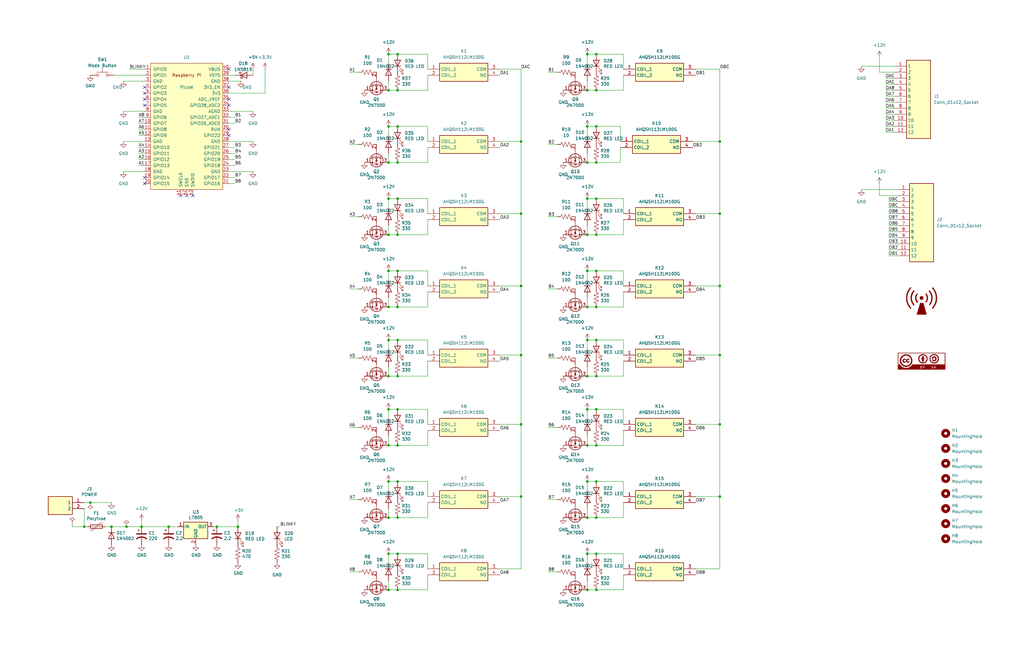
<source format=kicad_sch>
(kicad_sch (version 20231120) (generator "eeschema") (generator_version "8.0")
  (paper "B")
  (junction (at 251.46 68.58))
  (junction (at 247.65 129.54))
  (junction (at 167.64 218.44))
  (junction (at 247.65 158.75))
  (junction (at 163.83 203.2))
  (junction (at 247.65 233.68))
  (junction (at 167.64 203.2))
  (junction (at 167.64 129.54))
  (junction (at 163.83 83.82))
  (junction (at 219.71 149.86))
  (junction (at 167.64 233.68))
  (junction (at 163.83 158.75))
  (junction (at 35.56 222.25))
  (junction (at 247.65 248.92))
  (junction (at 303.53 59.69))
  (junction (at 303.53 120.65))
  (junction (at 163.83 143.51))
  (junction (at 163.83 114.3))
  (junction (at 251.46 129.54))
  (junction (at 251.46 99.06))
  (junction (at 163.83 248.92))
  (junction (at 303.53 149.86))
  (junction (at 167.64 38.1))
  (junction (at 247.65 172.72))
  (junction (at 247.65 114.3))
  (junction (at 247.65 68.58))
  (junction (at 219.71 209.55))
  (junction (at 247.65 38.1))
  (junction (at 163.83 172.72))
  (junction (at 247.65 83.82))
  (junction (at 247.65 218.44))
  (junction (at 247.65 143.51))
  (junction (at 251.46 172.72))
  (junction (at 251.46 158.75))
  (junction (at 167.64 172.72))
  (junction (at 163.83 99.06))
  (junction (at 167.64 99.06))
  (junction (at 167.64 53.34))
  (junction (at 251.46 83.82))
  (junction (at 247.65 187.96))
  (junction (at 251.46 218.44))
  (junction (at 167.64 68.58))
  (junction (at 163.83 38.1))
  (junction (at 163.83 218.44))
  (junction (at 247.65 99.06))
  (junction (at 163.83 187.96))
  (junction (at 251.46 114.3))
  (junction (at 303.53 179.07))
  (junction (at 163.83 129.54))
  (junction (at 247.65 53.34))
  (junction (at 167.64 158.75))
  (junction (at 167.64 248.92))
  (junction (at 167.64 187.96))
  (junction (at 303.53 90.17))
  (junction (at 247.65 203.2))
  (junction (at 71.12 222.25))
  (junction (at 219.71 59.69))
  (junction (at 303.53 209.55))
  (junction (at 167.64 114.3))
  (junction (at 163.83 53.34))
  (junction (at 53.34 222.25))
  (junction (at 251.46 38.1))
  (junction (at 251.46 187.96))
  (junction (at 59.69 222.25))
  (junction (at 219.71 120.65))
  (junction (at 167.64 22.86))
  (junction (at 251.46 248.92))
  (junction (at 251.46 203.2))
  (junction (at 163.83 22.86))
  (junction (at 163.83 233.68))
  (junction (at 219.71 179.07))
  (junction (at 251.46 233.68))
  (junction (at 251.46 22.86))
  (junction (at 247.65 22.86))
  (junction (at 251.46 53.34))
  (junction (at 46.99 222.25))
  (junction (at 167.64 143.51))
  (junction (at 38.1 212.09))
  (junction (at 163.83 68.58))
  (junction (at 100.33 222.25))
  (junction (at 219.71 90.17))
  (junction (at 91.44 222.25))
  (junction (at 251.46 143.51))
  (junction (at 167.64 83.82))
  (no_connect (at 96.52 29.21))
  (no_connect (at 60.96 44.45))
  (no_connect (at 60.96 74.93))
  (no_connect (at 96.52 57.15))
  (no_connect (at 60.96 36.83))
  (no_connect (at 60.96 77.47))
  (no_connect (at 78.74 82.55))
  (no_connect (at 81.28 82.55))
  (no_connect (at 96.52 41.91))
  (no_connect (at 76.2 82.55))
  (no_connect (at 60.96 41.91))
  (no_connect (at 96.52 54.61))
  (no_connect (at 60.96 39.37))
  (no_connect (at 96.52 36.83))
  (no_connect (at 96.52 44.45))
  (wire (pts (xy 180.34 22.86) (xy 180.34 29.21)))
  (wire (pts (xy 262.89 242.57) (xy 262.89 248.92)))
  (wire (pts (xy 99.06 31.75) (xy 96.52 31.75)))
  (wire (pts (xy 210.82 179.07) (xy 219.71 179.07)))
  (wire (pts (xy 251.46 233.68) (xy 262.89 233.68)))
  (wire (pts (xy 96.52 72.39) (xy 106.68 72.39)))
  (wire (pts (xy 374.65 100.33) (xy 378.46 100.33)))
  (wire (pts (xy 219.71 149.86) (xy 219.71 179.07)))
  (wire (pts (xy 262.89 143.51) (xy 262.89 149.86)))
  (wire (pts (xy 180.34 53.34) (xy 180.34 59.69)))
  (wire (pts (xy 247.65 203.2) (xy 247.65 207.01)))
  (wire (pts (xy 96.52 34.29) (xy 101.6 34.29)))
  (wire (pts (xy 262.89 123.19) (xy 262.89 129.54)))
  (wire (pts (xy 180.34 181.61) (xy 180.34 187.96)))
  (wire (pts (xy 247.65 248.92) (xy 251.46 248.92)))
  (wire (pts (xy 374.65 107.95) (xy 378.46 107.95)))
  (wire (pts (xy 111.76 29.21) (xy 111.76 39.37)))
  (wire (pts (xy 262.89 83.82) (xy 262.89 90.17)))
  (wire (pts (xy 262.89 233.68) (xy 262.89 240.03)))
  (wire (pts (xy 106.68 29.21) (xy 106.68 31.75)))
  (wire (pts (xy 247.65 125.73) (xy 247.65 129.54)))
  (wire (pts (xy 163.83 129.54) (xy 167.64 129.54)))
  (wire (pts (xy 219.71 59.69) (xy 219.71 90.17)))
  (wire (pts (xy 219.71 29.21) (xy 219.71 59.69)))
  (wire (pts (xy 96.52 74.93) (xy 99.06 74.93)))
  (wire (pts (xy 58.42 62.23) (xy 60.96 62.23)))
  (wire (pts (xy 251.46 218.44) (xy 262.89 218.44)))
  (wire (pts (xy 373.38 50.8) (xy 377.19 50.8)))
  (wire (pts (xy 167.64 172.72) (xy 180.34 172.72)))
  (wire (pts (xy 262.89 203.2) (xy 262.89 209.55)))
  (wire (pts (xy 167.64 248.92) (xy 180.34 248.92)))
  (wire (pts (xy 180.34 242.57) (xy 180.34 248.92)))
  (wire (pts (xy 262.89 114.3) (xy 262.89 120.65)))
  (wire (pts (xy 251.46 172.72) (xy 262.89 172.72)))
  (wire (pts (xy 247.65 154.94) (xy 247.65 158.75)))
  (wire (pts (xy 167.64 114.3) (xy 180.34 114.3)))
  (wire (pts (xy 91.44 222.25) (xy 100.33 222.25)))
  (wire (pts (xy 167.64 53.34) (xy 180.34 53.34)))
  (wire (pts (xy 52.07 46.99) (xy 60.96 46.99)))
  (wire (pts (xy 231.14 30.48) (xy 234.95 30.48)))
  (wire (pts (xy 231.14 241.3) (xy 234.95 241.3)))
  (wire (pts (xy 163.83 218.44) (xy 167.64 218.44)))
  (wire (pts (xy 251.46 129.54) (xy 262.89 129.54)))
  (wire (pts (xy 96.52 39.37) (xy 111.76 39.37)))
  (wire (pts (xy 293.37 209.55) (xy 303.53 209.55)))
  (wire (pts (xy 180.34 92.71) (xy 180.34 99.06)))
  (wire (pts (xy 167.64 218.44) (xy 180.34 218.44)))
  (wire (pts (xy 210.82 209.55) (xy 219.71 209.55)))
  (wire (pts (xy 293.37 149.86) (xy 303.53 149.86)))
  (wire (pts (xy 374.65 90.17) (xy 378.46 90.17)))
  (wire (pts (xy 90.17 222.25) (xy 91.44 222.25)))
  (wire (pts (xy 293.37 29.21) (xy 303.53 29.21)))
  (wire (pts (xy 262.89 212.09) (xy 262.89 218.44)))
  (wire (pts (xy 52.07 72.39) (xy 60.96 72.39)))
  (wire (pts (xy 167.64 187.96) (xy 180.34 187.96)))
  (wire (pts (xy 210.82 149.86) (xy 219.71 149.86)))
  (wire (pts (xy 247.65 53.34) (xy 251.46 53.34)))
  (wire (pts (xy 96.52 77.47) (xy 99.06 77.47)))
  (wire (pts (xy 58.42 49.53) (xy 60.96 49.53)))
  (wire (pts (xy 247.65 143.51) (xy 251.46 143.51)))
  (wire (pts (xy 231.14 151.13) (xy 234.95 151.13)))
  (wire (pts (xy 373.38 40.64) (xy 377.19 40.64)))
  (wire (pts (xy 147.32 91.44) (xy 151.13 91.44)))
  (wire (pts (xy 247.65 218.44) (xy 251.46 218.44)))
  (wire (pts (xy 251.46 83.82) (xy 262.89 83.82)))
  (wire (pts (xy 163.83 64.77) (xy 163.83 68.58)))
  (wire (pts (xy 58.42 67.31) (xy 60.96 67.31)))
  (wire (pts (xy 303.53 59.69) (xy 303.53 90.17)))
  (wire (pts (xy 210.82 240.03) (xy 219.71 240.03)))
  (wire (pts (xy 180.34 172.72) (xy 180.34 179.07)))
  (wire (pts (xy 247.65 68.58) (xy 251.46 68.58)))
  (wire (pts (xy 163.83 233.68) (xy 167.64 233.68)))
  (wire (pts (xy 262.89 152.4) (xy 262.89 158.75)))
  (wire (pts (xy 46.99 222.25) (xy 53.34 222.25)))
  (wire (pts (xy 373.38 35.56) (xy 377.19 35.56)))
  (wire (pts (xy 247.65 83.82) (xy 251.46 83.82)))
  (wire (pts (xy 163.83 95.25) (xy 163.83 99.06)))
  (wire (pts (xy 48.26 31.75) (xy 60.96 31.75)))
  (wire (pts (xy 163.83 203.2) (xy 167.64 203.2)))
  (wire (pts (xy 247.65 214.63) (xy 247.65 218.44)))
  (wire (pts (xy 163.83 172.72) (xy 167.64 172.72)))
  (wire (pts (xy 247.65 129.54) (xy 251.46 129.54)))
  (wire (pts (xy 180.34 38.1) (xy 180.34 31.75)))
  (wire (pts (xy 35.56 222.25) (xy 36.83 222.25)))
  (wire (pts (xy 58.42 54.61) (xy 60.96 54.61)))
  (wire (pts (xy 163.83 22.86) (xy 163.83 26.67)))
  (wire (pts (xy 247.65 203.2) (xy 251.46 203.2)))
  (wire (pts (xy 180.34 123.19) (xy 180.34 129.54)))
  (wire (pts (xy 180.34 233.68) (xy 180.34 240.03)))
  (wire (pts (xy 247.65 233.68) (xy 247.65 237.49)))
  (wire (pts (xy 293.37 240.03) (xy 303.53 240.03)))
  (wire (pts (xy 219.71 179.07) (xy 219.71 209.55)))
  (wire (pts (xy 147.32 151.13) (xy 151.13 151.13)))
  (wire (pts (xy 247.65 187.96) (xy 251.46 187.96)))
  (wire (pts (xy 167.64 158.75) (xy 180.34 158.75)))
  (wire (pts (xy 219.71 120.65) (xy 219.71 149.86)))
  (wire (pts (xy 58.42 69.85) (xy 60.96 69.85)))
  (wire (pts (xy 100.33 219.71) (xy 100.33 222.25)))
  (wire (pts (xy 167.64 129.54) (xy 180.34 129.54)))
  (wire (pts (xy 52.07 34.29) (xy 60.96 34.29)))
  (wire (pts (xy 251.46 99.06) (xy 262.89 99.06)))
  (wire (pts (xy 247.65 114.3) (xy 247.65 118.11)))
  (wire (pts (xy 262.89 31.75) (xy 262.89 38.1)))
  (wire (pts (xy 293.37 90.17) (xy 303.53 90.17)))
  (wire (pts (xy 163.83 99.06) (xy 167.64 99.06)))
  (wire (pts (xy 262.89 22.86) (xy 262.89 29.21)))
  (wire (pts (xy 219.71 209.55) (xy 219.71 240.03)))
  (wire (pts (xy 261.62 62.23) (xy 261.62 68.58)))
  (wire (pts (xy 167.64 22.86) (xy 180.34 22.86)))
  (wire (pts (xy 163.83 114.3) (xy 163.83 118.11)))
  (wire (pts (xy 292.1 59.69) (xy 303.53 59.69)))
  (wire (pts (xy 247.65 34.29) (xy 247.65 38.1)))
  (wire (pts (xy 251.46 22.86) (xy 262.89 22.86)))
  (wire (pts (xy 147.32 60.96) (xy 151.13 60.96)))
  (wire (pts (xy 303.53 90.17) (xy 303.53 120.65)))
  (wire (pts (xy 58.42 52.07) (xy 60.96 52.07)))
  (wire (pts (xy 46.99 222.25) (xy 44.45 222.25)))
  (wire (pts (xy 58.42 64.77) (xy 60.96 64.77)))
  (wire (pts (xy 59.69 219.71) (xy 59.69 222.25)))
  (wire (pts (xy 303.53 120.65) (xy 303.53 149.86)))
  (wire (pts (xy 262.89 92.71) (xy 262.89 99.06)))
  (wire (pts (xy 96.52 59.69) (xy 106.68 59.69)))
  (wire (pts (xy 30.48 222.25) (xy 35.56 222.25)))
  (wire (pts (xy 210.82 59.69) (xy 219.71 59.69)))
  (wire (pts (xy 52.07 59.69) (xy 60.96 59.69)))
  (wire (pts (xy 167.64 38.1) (xy 180.34 38.1)))
  (wire (pts (xy 247.65 172.72) (xy 251.46 172.72)))
  (wire (pts (xy 247.65 22.86) (xy 251.46 22.86)))
  (wire (pts (xy 251.46 53.34) (xy 261.62 53.34)))
  (wire (pts (xy 373.38 53.34) (xy 377.19 53.34)))
  (wire (pts (xy 96.52 67.31) (xy 99.06 67.31)))
  (wire (pts (xy 180.34 212.09) (xy 180.34 218.44)))
  (wire (pts (xy 251.46 187.96) (xy 262.89 187.96)))
  (wire (pts (xy 167.64 68.58) (xy 180.34 68.58)))
  (wire (pts (xy 303.53 179.07) (xy 303.53 209.55)))
  (wire (pts (xy 231.14 91.44) (xy 234.95 91.44)))
  (wire (pts (xy 231.14 210.82) (xy 234.95 210.82)))
  (wire (pts (xy 180.34 152.4) (xy 180.34 158.75)))
  (wire (pts (xy 96.52 64.77) (xy 99.06 64.77)))
  (wire (pts (xy 167.64 233.68) (xy 180.34 233.68)))
  (wire (pts (xy 251.46 248.92) (xy 262.89 248.92)))
  (wire (pts (xy 303.53 209.55) (xy 303.53 240.03)))
  (wire (pts (xy 262.89 172.72) (xy 262.89 179.07)))
  (wire (pts (xy 118.11 222.25) (xy 116.84 222.25)))
  (wire (pts (xy 38.1 212.09) (xy 46.99 212.09)))
  (wire (pts (xy 96.52 69.85) (xy 99.06 69.85)))
  (wire (pts (xy 251.46 143.51) (xy 262.89 143.51)))
  (wire (pts (xy 180.34 114.3) (xy 180.34 120.65)))
  (wire (pts (xy 219.71 90.17) (xy 219.71 120.65)))
  (wire (pts (xy 35.56 214.63) (xy 35.56 222.25)))
  (wire (pts (xy 370.84 30.48) (xy 377.19 30.48)))
  (wire (pts (xy 247.65 245.11) (xy 247.65 248.92)))
  (wire (pts (xy 373.38 38.1) (xy 377.19 38.1)))
  (wire (pts (xy 374.65 97.79) (xy 378.46 97.79)))
  (wire (pts (xy 163.83 83.82) (xy 163.83 87.63)))
  (wire (pts (xy 247.65 53.34) (xy 247.65 57.15)))
  (wire (pts (xy 99.06 49.53) (xy 96.52 49.53)))
  (wire (pts (xy 163.83 214.63) (xy 163.83 218.44)))
  (wire (pts (xy 163.83 172.72) (xy 163.83 176.53)))
  (wire (pts (xy 96.52 52.07) (xy 99.06 52.07)))
  (wire (pts (xy 163.83 158.75) (xy 167.64 158.75)))
  (wire (pts (xy 210.82 90.17) (xy 219.71 90.17)))
  (wire (pts (xy 163.83 203.2) (xy 163.83 207.01)))
  (wire (pts (xy 247.65 184.15) (xy 247.65 187.96)))
  (wire (pts (xy 163.83 187.96) (xy 167.64 187.96)))
  (wire (pts (xy 147.32 210.82) (xy 151.13 210.82)))
  (wire (pts (xy 163.83 83.82) (xy 167.64 83.82)))
  (wire (pts (xy 374.65 102.87) (xy 378.46 102.87)))
  (wire (pts (xy 147.32 241.3) (xy 151.13 241.3)))
  (wire (pts (xy 74.93 222.25) (xy 71.12 222.25)))
  (wire (pts (xy 59.69 222.25) (xy 71.12 222.25)))
  (wire (pts (xy 373.38 43.18) (xy 377.19 43.18)))
  (wire (pts (xy 163.83 184.15) (xy 163.83 187.96)))
  (wire (pts (xy 374.65 105.41) (xy 378.46 105.41)))
  (wire (pts (xy 370.84 82.55) (xy 378.46 82.55)))
  (wire (pts (xy 163.83 143.51) (xy 163.83 147.32)))
  (wire (pts (xy 251.46 68.58) (xy 261.62 68.58)))
  (wire (pts (xy 163.83 38.1) (xy 167.64 38.1)))
  (wire (pts (xy 261.62 53.34) (xy 261.62 59.69)))
  (wire (pts (xy 35.56 212.09) (xy 38.1 212.09)))
  (wire (pts (xy 163.83 154.94) (xy 163.83 158.75)))
  (wire (pts (xy 163.83 125.73) (xy 163.83 129.54)))
  (wire (pts (xy 147.32 121.92) (xy 151.13 121.92)))
  (wire (pts (xy 247.65 143.51) (xy 247.65 147.32)))
  (wire (pts (xy 231.14 60.96) (xy 234.95 60.96)))
  (wire (pts (xy 163.83 68.58) (xy 167.64 68.58)))
  (wire (pts (xy 247.65 83.82) (xy 247.65 87.63)))
  (wire (pts (xy 374.65 95.25) (xy 378.46 95.25)))
  (wire (pts (xy 370.84 24.13) (xy 370.84 30.48)))
  (wire (pts (xy 247.65 99.06) (xy 251.46 99.06)))
  (wire (pts (xy 373.38 55.88) (xy 377.19 55.88)))
  (wire (pts (xy 167.64 83.82) (xy 180.34 83.82)))
  (wire (pts (xy 247.65 233.68) (xy 251.46 233.68)))
  (wire (pts (xy 303.53 29.21) (xy 303.53 59.69)))
  (wire (pts (xy 293.37 120.65) (xy 303.53 120.65)))
  (wire (pts (xy 262.89 181.61) (xy 262.89 187.96)))
  (wire (pts (xy 53.34 222.25) (xy 59.69 222.25)))
  (wire (pts (xy 374.65 85.09) (xy 378.46 85.09)))
  (wire (pts (xy 251.46 158.75) (xy 262.89 158.75)))
  (wire (pts (xy 163.83 22.86) (xy 167.64 22.86)))
  (wire (pts (xy 231.14 121.92) (xy 234.95 121.92)))
  (wire (pts (xy 167.64 143.51) (xy 180.34 143.51)))
  (wire (pts (xy 180.34 62.23) (xy 180.34 68.58)))
  (wire (pts (xy 251.46 114.3) (xy 262.89 114.3)))
  (wire (pts (xy 96.52 46.99) (xy 106.68 46.99)))
  (wire (pts (xy 370.84 77.47) (xy 370.84 82.55)))
  (wire (pts (xy 54.61 29.21) (xy 60.96 29.21)))
  (wire (pts (xy 163.83 143.51) (xy 167.64 143.51)))
  (wire (pts (xy 163.83 53.34) (xy 167.64 53.34)))
  (wire (pts (xy 231.14 180.34) (xy 234.95 180.34)))
  (wire (pts (xy 251.46 38.1) (xy 262.89 38.1)))
  (wire (pts (xy 163.83 53.34) (xy 163.83 57.15)))
  (wire (pts (xy 210.82 120.65) (xy 219.71 120.65)))
  (wire (pts (xy 180.34 203.2) (xy 180.34 209.55)))
  (wire (pts (xy 293.37 179.07) (xy 303.53 179.07)))
  (wire (pts (xy 247.65 158.75) (xy 251.46 158.75)))
  (wire (pts (xy 167.64 203.2) (xy 180.34 203.2)))
  (wire (pts (xy 251.46 203.2) (xy 262.89 203.2)))
  (wire (pts (xy 180.34 143.51) (xy 180.34 149.86)))
  (wire (pts (xy 96.52 62.23) (xy 99.06 62.23)))
  (wire (pts (xy 210.82 29.21) (xy 219.71 29.21)))
  (wire (pts (xy 58.42 57.15) (xy 60.96 57.15)))
  (wire (pts (xy 163.83 114.3) (xy 167.64 114.3)))
  (wire (pts (xy 163.83 248.92) (xy 167.64 248.92)))
  (wire (pts (xy 180.34 83.82) (xy 180.34 90.17)))
  (wire (pts (xy 163.83 233.68) (xy 163.83 237.49)))
  (wire (pts (xy 373.38 45.72) (xy 377.19 45.72)))
  (wire (pts (xy 373.38 33.02) (xy 377.19 33.02)))
  (wire (pts (xy 167.64 99.06) (xy 180.34 99.06)))
  (wire (pts (xy 147.32 180.34) (xy 151.13 180.34)))
  (wire (pts (xy 303.53 149.86) (xy 303.53 179.07)))
  (wire (pts (xy 247.65 95.25) (xy 247.65 99.06)))
  (wire (pts (xy 147.32 30.48) (xy 151.13 30.48)))
  (wire (pts (xy 247.65 38.1) (xy 251.46 38.1)))
  (wire (pts (xy 163.83 34.29) (xy 163.83 38.1)))
  (wire (pts (xy 374.65 87.63) (xy 378.46 87.63)))
  (wire (pts (xy 247.65 22.86) (xy 247.65 26.67)))
  (wire (pts (xy 363.22 27.94) (xy 377.19 27.94)))
  (wire (pts (xy 247.65 172.72) (xy 247.65 176.53)))
  (wire (pts (xy 247.65 64.77) (xy 247.65 68.58)))
  (wire (pts (xy 163.83 245.11) (xy 163.83 248.92)))
  (wire (pts (xy 247.65 114.3) (xy 251.46 114.3)))
  (wire (pts (xy 374.65 92.71) (xy 378.46 92.71)))
  (wire (pts (xy 363.22 80.01) (xy 378.46 80.01)))
  (wire (pts (xy 30.48 222.25) (xy 30.48 220.98)))
  (wire (pts (xy 373.38 48.26) (xy 377.19 48.26)))
  (label "OBC" (at 374.65 85.09 0))
  (label "OA1" (at 373.38 55.88 0))
  (label "OB1" (at 374.65 107.95 0))
  (label "A1" (at 58.42 69.85 0))
  (label "OAC" (at 373.38 35.56 0))
  (label "B8" (at 99.06 77.47 0))
  (label "OA1" (at 210.82 31.75 0))
  (label "OB4" (at 374.65 100.33 0))
  (label "A5" (at 58.42 57.15 0))
  (label "OAC" (at 219.71 29.21 0))
  (label "OBC" (at 374.65 87.63 0))
  (label "OB8" (at 293.37 242.57 0))
  (label "OA3" (at 373.38 50.8 0))
  (label "OA4" (at 373.38 48.26 0))
  (label "OB1" (at 293.37 31.75 0))
  (label "OA2" (at 210.82 62.23 0))
  (label "B7" (at 231.14 210.82 0))
  (label "OA7" (at 373.38 40.64 0))
  (label "A2" (at 147.32 60.96 0))
  (label "B3" (at 231.14 91.44 0))
  (label "B6" (at 99.06 69.85 0))
  (label "OB4" (at 293.37 123.19 0))
  (label "OB2" (at 374.65 105.41 0))
  (label "B6" (at 231.14 180.34 0))
  (label "OB5" (at 293.37 152.4 0))
  (label "OA3" (at 210.82 92.71 0))
  (label "A8" (at 147.32 241.3 0))
  (label "OA7" (at 210.82 212.09 0))
  (label "OA6" (at 373.38 43.18 0))
  (label "OB2" (at 292.1 62.23 0))
  (label "OB8" (at 374.65 90.17 0))
  (label "A5" (at 147.32 151.13 0))
  (label "OA6" (at 210.82 181.61 0))
  (label "B1" (at 231.14 30.48 0))
  (label "B5" (at 99.06 67.31 0))
  (label "A2" (at 58.42 67.31 0))
  (label "OB3" (at 374.65 102.87 0))
  (label "OA5" (at 210.82 152.4 0))
  (label "B1" (at 99.06 49.53 0))
  (label "OBC" (at 303.53 29.21 0))
  (label "B2" (at 99.06 52.07 0))
  (label "B4" (at 231.14 121.92 0))
  (label "B2" (at 231.14 60.96 0))
  (label "OB6" (at 374.65 95.25 0))
  (label "A1" (at 147.32 30.48 0))
  (label "A7" (at 58.42 52.07 0))
  (label "A8" (at 58.42 49.53 0))
  (label "OAC" (at 373.38 33.02 0))
  (label "B3" (at 99.06 62.23 0))
  (label "B5" (at 231.14 151.13 0))
  (label "OA4" (at 210.82 123.19 0))
  (label "OB3" (at 293.37 92.71 0))
  (label "B4" (at 99.06 64.77 0))
  (label "OB7" (at 293.37 212.09 0))
  (label "A4" (at 147.32 121.92 0))
  (label "A3" (at 147.32 91.44 0))
  (label "OB6" (at 293.37 181.61 0))
  (label "B8" (at 231.14 241.3 0))
  (label "OA8" (at 373.38 38.1 0))
  (label "OB7" (at 374.65 92.71 0))
  (label "BLINKY" (at 118.11 222.25 0))
  (label "OA8" (at 210.82 242.57 0))
  (label "A6" (at 147.32 180.34 0))
  (label "OB5" (at 374.65 97.79 0))
  (label "A7" (at 147.32 210.82 0))
  (label "OA2" (at 373.38 53.34 0))
  (label "OA5" (at 373.38 45.72 0))
  (label "A6" (at 58.42 54.61 0))
  (label "BLINKY" (at 54.61 29.21 0))
  (label "B7" (at 99.06 74.93 0))
  (label "A4" (at 58.42 62.23 0))
  (label "A3" (at 58.42 64.77 0))
  (symbol (lib_id "power:GND") (at 116.84 237.49 0) (unit 1)
    (property "Reference" "#PWR054" (effects (hide yes)))
    (property "Value" "GND" (at 116.84 242.57 0))
  )
  (symbol (lib_id "non-ionizing:Non-Ionizing") (at 388.62 127 0) (unit 1)
    (property "Reference" "#G1" (effects (hide yes)))
    (property "Value" "N1KDO" (effects (hide yes)))
    (property "Footprint" "parts:non-ionizing-bigger" (effects (hide yes)))
  )
  (symbol (lib_id "Device:R_US") (at 238.76 241.3 90) (unit 1)
    (property "Reference" "R16" (at 238.76 234.95 90))
    (property "Value" "100" (at 238.76 237.49 90))
    (property "Footprint" "Resistor_THT:R_Axial_DIN0207_L6.3mm_D2.5mm_P7.62mm_Horizontal" (effects (hide yes)))
  )
  (symbol (lib_id "power:+12V") (at 163.83 233.68 0) (unit 1)
    (property "Reference" "#PWR032" (effects (hide yes)))
    (property "Value" "+12V" (at 163.83 228.6 0))
  )
  (symbol (lib_id "power:+5V") (at 100.33 219.71 0) (unit 1)
    (property "Reference" "#PWR050" (effects (hide yes)))
    (property "Value" "+5V" (at 100.711 215.3158 0))
  )
  (symbol (lib_id "power:PWR_FLAG") (at 30.48 220.98 0) (unit 1)
    (property "Reference" "#FLG01" (effects (hide yes)))
    (property "Value" "PWR_FLAG" (effects (hide yes)))
  )
  (symbol (lib_id "power:GND") (at 237.49 187.96 0) (unit 1)
    (property "Reference" "#PWR013" (effects (hide yes)))
    (property "Value" "GND" (at 237.49 193.04 0))
  )
  (symbol (lib_id "Device:LED") (at 251.46 57.15 90) (unit 1)
    (property "Reference" "D27" (at 254.4572 56.1594 90) (effects (justify right)))
    (property "Value" "RED LED" (at 254.4572 58.4708 90) (effects (justify right)))
    (property "Footprint" "LED_THT:LED_D3.0mm" (effects (hide yes)))
    (property "Datasheet" "https://www.mouser.com/datasheet/2/239/lite-on_lites12747-1-1737525.pdf" (effects (hide yes)))
    (property "Description" "Red LED" (effects (hide yes)))
    (property "Part" "AP2012HD" (effects (hide yes)))
  )
  (symbol (lib_id "power:GND") (at 100.33 237.49 0) (unit 1)
    (property "Reference" "#PWR051" (effects (hide yes)))
    (property "Value" "GND" (at 100.457 241.8842 0))
  )
  (symbol (lib_id "Transistor_FET:2N7000") (at 158.75 66.04 270) (unit 1)
    (property "Reference" "Q2" (at 158.75 72.39 90))
    (property "Value" "2N7000" (at 158.75 74.93 90))
    (property "Footprint" "Package_TO_SOT_THT:TO-92_Inline" (effects (hide yes)))
    (property "Datasheet" "https://www.vishay.com/docs/70226/70226.pdf" (effects (hide yes)))
  )
  (symbol (lib_id "Device:R_US") (at 251.46 184.15 0) (unit 1)
    (property "Reference" "R24" (at 253.1872 182.9816 0) (effects (justify left)))
    (property "Value" "330" (at 253.1872 185.293 0) (effects (justify left)))
    (property "Footprint" "Resistor_THT:R_Axial_DIN0207_L6.3mm_D2.5mm_P7.62mm_Horizontal" (effects (hide yes)))
    (property "Description" "resistor" (effects (hide yes)))
    (property "Part" "ERJ-6GEYJ471V" (effects (hide yes)))
  )
  (symbol (lib_id "relays:AHQSH105LM100G") (at 180.34 209.55 0) (unit 1)
    (property "Reference" "K7" (at 195.58 201.93 0))
    (property "Value" "AHQSH112LM100G" (at 195.58 204.47 0))
    (property "Footprint" "Library:AHQSH112LM112G" (effects (hide yes)))
    (property "Datasheet" "http://www.anytek.com.cn/AHQSH112DM2F00G-14101117906.pdf" (effects (hide yes)))
    (property "Height" "15.3" (effects (hide yes)))
    (property "Mouser Part Number" "523-AHQSH105LM100G" (effects (hide yes)))
    (property "Mouser Price/Stock" "https://www.mouser.co.uk/ProductDetail/Amphenol-Anytek/AHQSH105LM100G?qs=rSMjJ%252B1ewcRTcSgzvp4hwg%3D%3D" (effects (hide yes)))
    (property "Manufacturer_Name" "Amphenol" (effects (hide yes)))
    (property "Manufacturer_Part_Number" "AHQSH105LM100G" (effects (hide yes)))
  )
  (symbol (lib_id "relays:AHQSH105LM100G") (at 180.34 149.86 0) (unit 1)
    (property "Reference" "K5" (at 195.58 142.24 0))
    (property "Value" "AHQSH112LM100G" (at 195.58 144.78 0))
    (property "Footprint" "Library:AHQSH112LM112G" (effects (hide yes)))
    (property "Datasheet" "http://www.anytek.com.cn/AHQSH112DM2F00G-14101117906.pdf" (effects (hide yes)))
    (property "Height" "15.3" (effects (hide yes)))
    (property "Mouser Part Number" "523-AHQSH105LM100G" (effects (hide yes)))
    (property "Mouser Price/Stock" "https://www.mouser.co.uk/ProductDetail/Amphenol-Anytek/AHQSH105LM100G?qs=rSMjJ%252B1ewcRTcSgzvp4hwg%3D%3D" (effects (hide yes)))
    (property "Manufacturer_Name" "Amphenol" (effects (hide yes)))
    (property "Manufacturer_Part_Number" "AHQSH105LM100G" (effects (hide yes)))
  )
  (symbol (lib_id "Device:R_US") (at 251.46 245.11 0) (unit 1)
    (property "Reference" "R22" (at 253.1872 243.9416 0) (effects (justify left)))
    (property "Value" "330" (at 253.1872 246.253 0) (effects (justify left)))
    (property "Footprint" "Resistor_THT:R_Axial_DIN0207_L6.3mm_D2.5mm_P7.62mm_Horizontal" (effects (hide yes)))
    (property "Description" "resistor" (effects (hide yes)))
    (property "Part" "ERJ-6GEYJ471V" (effects (hide yes)))
  )
  (symbol (lib_id "Device:R_US") (at 238.76 121.92 90) (unit 1)
    (property "Reference" "R12" (at 238.76 115.57 90))
    (property "Value" "100" (at 238.76 118.11 90))
    (property "Footprint" "Resistor_THT:R_Axial_DIN0207_L6.3mm_D2.5mm_P7.62mm_Horizontal" (effects (hide yes)))
  )
  (symbol (lib_id "power:+12V") (at 163.83 22.86 0) (unit 1)
    (property "Reference" "#PWR025" (effects (hide yes)))
    (property "Value" "+12V" (at 163.83 17.78 0))
  )
  (symbol (lib_id "Device:C_Polarized_US") (at 91.44 226.06 0) (unit 1)
    (property "Reference" "C3" (at 94.361 224.8916 0) (effects (justify left)))
    (property "Value" "2.2" (at 94.361 227.203 0) (effects (justify left)))
    (property "Footprint" "Capacitor_THT:CP_Radial_D5.0mm_P2.50mm" (effects (hide yes)))
    (property "Description" "Aluminum Electrolytic Capacitors" (effects (hide yes)))
    (property "Part" "EEU-FC1H2R2H" (effects (hide yes)))
  )
  (symbol (lib_id "RPi_Pico:PicoW") (at 78.74 53.34 0) (unit 1)
    (property "Reference" "U1" (at 78.74 24.13 0))
    (property "Value" "PicoW" (at 78.74 36.83 0))
    (property "Footprint" "parts:RPi_PicoW_SMD_TH" (effects (hide yes)))
    (property "Datasheet" "https://datasheets.raspberrypi.com/picow/pico-w-datasheet.pdf" (effects (hide yes)))
  )
  (symbol (lib_id "Device:R_US") (at 167.64 245.11 0) (unit 1)
    (property "Reference" "R30" (at 169.3672 243.9416 0) (effects (justify left)))
    (property "Value" "330" (at 169.3672 246.253 0) (effects (justify left)))
    (property "Footprint" "Resistor_THT:R_Axial_DIN0207_L6.3mm_D2.5mm_P7.62mm_Horizontal" (effects (hide yes)))
    (property "Description" "resistor" (effects (hide yes)))
    (property "Part" "ERJ-6GEYJ471V" (effects (hide yes)))
  )
  (symbol (lib_id "power:GND") (at 153.67 187.96 0) (unit 1)
    (property "Reference" "#PWR022" (effects (hide yes)))
    (property "Value" "GND" (at 153.67 193.04 0))
  )
  (symbol (lib_id "Device:LED") (at 167.64 26.67 90) (unit 1)
    (property "Reference" "D36" (at 170.6372 25.6794 90) (effects (justify right)))
    (property "Value" "RED LED" (at 170.6372 27.9908 90) (effects (justify right)))
    (property "Footprint" "LED_THT:LED_D3.0mm" (effects (hide yes)))
    (property "Datasheet" "https://www.mouser.com/datasheet/2/239/lite-on_lites12747-1-1737525.pdf" (effects (hide yes)))
    (property "Description" "Red LED" (effects (hide yes)))
    (property "Part" "AP2012HD" (effects (hide yes)))
  )
  (symbol (lib_id "Device:R_US") (at 238.76 91.44 90) (unit 1)
    (property "Reference" "R11" (at 238.76 85.09 90))
    (property "Value" "100" (at 238.76 87.63 90))
    (property "Footprint" "Resistor_THT:R_Axial_DIN0207_L6.3mm_D2.5mm_P7.62mm_Horizontal" (effects (hide yes)))
  )
  (symbol (lib_id "power:GND") (at 153.67 38.1 0) (unit 1)
    (property "Reference" "#PWR01" (effects (hide yes)))
    (property "Value" "GND" (at 153.67 43.18 0))
  )
  (symbol (lib_id "power:+12V") (at 247.65 172.72 0) (unit 1)
    (property "Reference" "#PWR014" (effects (hide yes)))
    (property "Value" "+12V" (at 247.65 167.64 0))
  )
  (symbol (lib_id "Device:R_US") (at 238.76 30.48 90) (unit 1)
    (property "Reference" "R9" (at 238.76 24.13 90))
    (property "Value" "100" (at 238.76 26.67 90))
    (property "Footprint" "Resistor_THT:R_Axial_DIN0207_L6.3mm_D2.5mm_P7.62mm_Horizontal" (effects (hide yes)))
  )
  (symbol (lib_id "power:GND") (at 237.49 99.06 0) (unit 1)
    (property "Reference" "#PWR07" (effects (hide yes)))
    (property "Value" "GND" (at 237.49 104.14 0))
  )
  (symbol (lib_id "power:GND") (at 106.68 46.99 0) (unit 1)
    (property "Reference" "#PWR062" (effects (hide yes)))
    (property "Value" "GND" (at 106.68 52.07 0))
  )
  (symbol (lib_id "relays:AHQSH105LM100G") (at 262.89 90.17 0) (unit 1)
    (property "Reference" "K11" (at 278.13 82.55 0))
    (property "Value" "AHQSH112LM100G" (at 278.13 85.09 0))
    (property "Footprint" "Library:AHQSH112LM112G" (effects (hide yes)))
    (property "Datasheet" "http://www.anytek.com.cn/AHQSH112DM2F00G-14101117906.pdf" (effects (hide yes)))
    (property "Height" "15.3" (effects (hide yes)))
    (property "Mouser Part Number" "523-AHQSH105LM100G" (effects (hide yes)))
    (property "Mouser Price/Stock" "https://www.mouser.co.uk/ProductDetail/Amphenol-Anytek/AHQSH105LM100G?qs=rSMjJ%252B1ewcRTcSgzvp4hwg%3D%3D" (effects (hide yes)))
    (property "Manufacturer_Name" "Amphenol" (effects (hide yes)))
    (property "Manufacturer_Part_Number" "AHQSH105LM100G" (effects (hide yes)))
  )
  (symbol (lib_id "Diode:1N4002") (at 247.65 210.82 270) (unit 1)
    (property "Reference" "D15" (at 242.57 205.74 90) (effects (justify left)))
    (property "Value" "1N4002" (at 242.57 208.28 90) (effects (justify left)))
    (property "Footprint" "Diode_THT:D_DO-41_SOD81_P7.62mm_Horizontal" (effects (hide yes)))
    (property "Datasheet" "http://www.vishay.com/docs/88503/1n4001.pdf" (effects (hide yes)))
    (property "Sim.Device" "D" (effects (hide yes)))
    (property "Sim.Pins" "1=K 2=A" (effects (hide yes)))
  )
  (symbol (lib_id "Device:R_US") (at 154.94 121.92 90) (unit 1)
    (property "Reference" "R4" (at 154.94 115.57 90))
    (property "Value" "100" (at 154.94 118.11 90))
    (property "Footprint" "Resistor_THT:R_Axial_DIN0207_L6.3mm_D2.5mm_P7.62mm_Horizontal" (effects (hide yes)))
  )
  (symbol (lib_id "Device:R_US") (at 251.46 34.29 0) (unit 1)
    (property "Reference" "R29" (at 253.1872 33.1216 0) (effects (justify left)))
    (property "Value" "330" (at 253.1872 35.433 0) (effects (justify left)))
    (property "Footprint" "Resistor_THT:R_Axial_DIN0207_L6.3mm_D2.5mm_P7.62mm_Horizontal" (effects (hide yes)))
    (property "Description" "resistor" (effects (hide yes)))
    (property "Part" "ERJ-6GEYJ471V" (effects (hide yes)))
  )
  (symbol (lib_id "relays:AHQSH105LM100G") (at 180.34 120.65 0) (unit 1)
    (property "Reference" "K4" (at 195.58 113.03 0))
    (property "Value" "AHQSH112LM100G" (at 195.58 115.57 0))
    (property "Footprint" "Library:AHQSH112LM112G" (effects (hide yes)))
    (property "Datasheet" "http://www.anytek.com.cn/AHQSH112DM2F00G-14101117906.pdf" (effects (hide yes)))
    (property "Height" "15.3" (effects (hide yes)))
    (property "Mouser Part Number" "523-AHQSH105LM100G" (effects (hide yes)))
    (property "Mouser Price/Stock" "https://www.mouser.co.uk/ProductDetail/Amphenol-Anytek/AHQSH105LM100G?qs=rSMjJ%252B1ewcRTcSgzvp4hwg%3D%3D" (effects (hide yes)))
    (property "Manufacturer_Name" "Amphenol" (effects (hide yes)))
    (property "Manufacturer_Part_Number" "AHQSH105LM100G" (effects (hide yes)))
  )
  (symbol (lib_id "Device:LED") (at 167.64 237.49 90) (unit 1)
    (property "Reference" "D29" (at 170.6372 236.4994 90) (effects (justify right)))
    (property "Value" "RED LED" (at 170.6372 238.8108 90) (effects (justify right)))
    (property "Footprint" "LED_THT:LED_D3.0mm" (effects (hide yes)))
    (property "Datasheet" "https://www.mouser.com/datasheet/2/239/lite-on_lites12747-1-1737525.pdf" (effects (hide yes)))
    (property "Description" "Red LED" (effects (hide yes)))
    (property "Part" "AP2012HD" (effects (hide yes)))
  )
  (symbol (lib_id "power:GND") (at 52.07 59.69 0) (unit 1)
    (property "Reference" "#PWR057" (effects (hide yes)))
    (property "Value" "GND" (at 52.07 64.77 0))
  )
  (symbol (lib_id "power:GND") (at 153.67 129.54 0) (unit 1)
    (property "Reference" "#PWR020" (effects (hide yes)))
    (property "Value" "GND" (at 153.67 134.62 0))
  )
  (symbol (lib_id "relays:AHQSH105LM100G") (at 262.89 149.86 0) (unit 1)
    (property "Reference" "K13" (at 278.13 142.24 0))
    (property "Value" "AHQSH112LM100G" (at 278.13 144.78 0))
    (property "Footprint" "Library:AHQSH112LM112G" (effects (hide yes)))
    (property "Datasheet" "http://www.anytek.com.cn/AHQSH112DM2F00G-14101117906.pdf" (effects (hide yes)))
    (property "Height" "15.3" (effects (hide yes)))
    (property "Mouser Part Number" "523-AHQSH105LM100G" (effects (hide yes)))
    (property "Mouser Price/Stock" "https://www.mouser.co.uk/ProductDetail/Amphenol-Anytek/AHQSH105LM100G?qs=rSMjJ%252B1ewcRTcSgzvp4hwg%3D%3D" (effects (hide yes)))
    (property "Manufacturer_Name" "Amphenol" (effects (hide yes)))
    (property "Manufacturer_Part_Number" "AHQSH105LM100G" (effects (hide yes)))
  )
  (symbol (lib_id "relays:AHQSH105LM100G") (at 262.89 29.21 0) (unit 1)
    (property "Reference" "K9" (at 278.13 21.59 0))
    (property "Value" "AHQSH112LM100G" (at 278.13 24.13 0))
    (property "Footprint" "Library:AHQSH112LM112G" (effects (hide yes)))
    (property "Datasheet" "http://www.anytek.com.cn/AHQSH112DM2F00G-14101117906.pdf" (effects (hide yes)))
    (property "Height" "15.3" (effects (hide yes)))
    (property "Mouser Part Number" "523-AHQSH105LM100G" (effects (hide yes)))
    (property "Mouser Price/Stock" "https://www.mouser.co.uk/ProductDetail/Amphenol-Anytek/AHQSH105LM100G?qs=rSMjJ%252B1ewcRTcSgzvp4hwg%3D%3D" (effects (hide yes)))
    (property "Manufacturer_Name" "Amphenol" (effects (hide yes)))
    (property "Manufacturer_Part_Number" "AHQSH105LM100G" (effects (hide yes)))
  )
  (symbol (lib_id "Mechanical:MountingHole") (at 398.78 201.93 0) (unit 1) (exclude_from_sim yes) (in_bom no)
    (property "Reference" "H4" (at 401.32 200.6599 0) (effects (justify left)))
    (property "Value" "MountingHole" (at 401.32 203.1999 0) (effects (justify left)))
    (property "Footprint" "MountingHole:MountingHole_3.5mm_Pad" (effects (hide yes)))
    (property "Description" "Mounting Hole without connection" (effects (hide yes)))
  )
  (symbol (lib_id "Device:LED") (at 251.46 118.11 90) (unit 1)
    (property "Reference" "D25" (at 254.4572 117.1194 90) (effects (justify right)))
    (property "Value" "RED LED" (at 254.4572 119.4308 90) (effects (justify right)))
    (property "Footprint" "LED_THT:LED_D3.0mm" (effects (hide yes)))
    (property "Datasheet" "https://www.mouser.com/datasheet/2/239/lite-on_lites12747-1-1737525.pdf" (effects (hide yes)))
    (property "Description" "Red LED" (effects (hide yes)))
    (property "Part" "AP2012HD" (effects (hide yes)))
  )
  (symbol (lib_id "Device:R_US") (at 167.64 214.63 0) (unit 1)
    (property "Reference" "R31" (at 169.3672 213.4616 0) (effects (justify left)))
    (property "Value" "330" (at 169.3672 215.773 0) (effects (justify left)))
    (property "Footprint" "Resistor_THT:R_Axial_DIN0207_L6.3mm_D2.5mm_P7.62mm_Horizontal" (effects (hide yes)))
    (property "Description" "resistor" (effects (hide yes)))
    (property "Part" "ERJ-6GEYJ471V" (effects (hide yes)))
  )
  (symbol (lib_id "power:PWR_FLAG") (at 53.34 222.25 0) (unit 1)
    (property "Reference" "#FLG03" (effects (hide yes)))
    (property "Value" "PWR_FLAG" (effects (hide yes)))
  )
  (symbol (lib_id "Device:R_US") (at 251.46 154.94 0) (unit 1)
    (property "Reference" "R25" (at 253.1872 153.7716 0) (effects (justify left)))
    (property "Value" "330" (at 253.1872 156.083 0) (effects (justify left)))
    (property "Footprint" "Resistor_THT:R_Axial_DIN0207_L6.3mm_D2.5mm_P7.62mm_Horizontal" (effects (hide yes)))
    (property "Description" "resistor" (effects (hide yes)))
    (property "Part" "ERJ-6GEYJ471V" (effects (hide yes)))
  )
  (symbol (lib_id "power:GND") (at 101.6 34.29 0) (unit 1)
    (property "Reference" "#PWR063" (effects (hide yes)))
    (property "Value" "GND" (at 104.14 36.83 0))
  )
  (symbol (lib_id "relays:AHQSH105LM100G") (at 180.34 240.03 0) (unit 1)
    (property "Reference" "K8" (at 195.58 232.41 0))
    (property "Value" "AHQSH112LM100G" (at 195.58 234.95 0))
    (property "Footprint" "Library:AHQSH112LM112G" (effects (hide yes)))
    (property "Datasheet" "http://www.anytek.com.cn/AHQSH112DM2F00G-14101117906.pdf" (effects (hide yes)))
    (property "Height" "15.3" (effects (hide yes)))
    (property "Mouser Part Number" "523-AHQSH105LM100G" (effects (hide yes)))
    (property "Mouser Price/Stock" "https://www.mouser.co.uk/ProductDetail/Amphenol-Anytek/AHQSH105LM100G?qs=rSMjJ%252B1ewcRTcSgzvp4hwg%3D%3D" (effects (hide yes)))
    (property "Manufacturer_Name" "Amphenol" (effects (hide yes)))
    (property "Manufacturer_Part_Number" "AHQSH105LM100G" (effects (hide yes)))
  )
  (symbol (lib_id "Device:R_US") (at 167.64 125.73 0) (unit 1)
    (property "Reference" "R34" (at 169.3672 124.5616 0) (effects (justify left)))
    (property "Value" "330" (at 169.3672 126.873 0) (effects (justify left)))
    (property "Footprint" "Resistor_THT:R_Axial_DIN0207_L6.3mm_D2.5mm_P7.62mm_Horizontal" (effects (hide yes)))
    (property "Description" "resistor" (effects (hide yes)))
    (property "Part" "ERJ-6GEYJ471V" (effects (hide yes)))
  )
  (symbol (lib_id "power:+12V") (at 370.84 77.47 0) (unit 1)
    (property "Reference" "#PWR034" (effects (hide yes)))
    (property "Value" "+12V" (at 370.84 72.39 0))
  )
  (symbol (lib_id "power:+5V") (at 106.68 29.21 0) (unit 1)
    (property "Reference" "#PWR045" (effects (hide yes)))
    (property "Value" "+5V" (at 106.68 24.13 0))
  )
  (symbol (lib_id "Switch:SW_Push") (at 43.18 31.75 0) (unit 1)
    (property "Reference" "SW1" (at 43.18 25.1292 0))
    (property "Value" "Mode Button" (at 43.18 27.6661 0))
    (property "Footprint" "parts:GB215AHB" (effects (hide yes)))
    (property "part" "GB215AH" (effects (hide yes)))
  )
  (symbol (lib_id "power:GND") (at 153.67 248.92 0) (unit 1)
    (property "Reference" "#PWR024" (effects (hide yes)))
    (property "Value" "GND" (at 153.67 254 0))
  )
  (symbol (lib_id "Transistor_FET:2N7000") (at 242.57 66.04 270) (unit 1)
    (property "Reference" "Q10" (at 242.57 72.39 90))
    (property "Value" "2N7000" (at 242.57 74.93 90))
    (property "Footprint" "Package_TO_SOT_THT:TO-92_Inline" (effects (hide yes)))
    (property "Datasheet" "https://www.vishay.com/docs/70226/70226.pdf" (effects (hide yes)))
  )
  (symbol (lib_id "power:GND") (at 237.49 129.54 0) (unit 1)
    (property "Reference" "#PWR09" (effects (hide yes)))
    (property "Value" "GND" (at 237.49 134.62 0))
  )
  (symbol (lib_id "relays:AHQSH105LM100G") (at 261.62 59.69 0) (unit 1)
    (property "Reference" "K10" (at 276.86 52.07 0))
    (property "Value" "AHQSH112LM100G" (at 276.86 54.61 0))
    (property "Footprint" "Library:AHQSH112LM112G" (effects (hide yes)))
    (property "Datasheet" "http://www.anytek.com.cn/AHQSH112DM2F00G-14101117906.pdf" (effects (hide yes)))
    (property "Height" "15.3" (effects (hide yes)))
    (property "Mouser Part Number" "523-AHQSH105LM100G" (effects (hide yes)))
    (property "Mouser Price/Stock" "https://www.mouser.co.uk/ProductDetail/Amphenol-Anytek/AHQSH105LM100G?qs=rSMjJ%252B1ewcRTcSgzvp4hwg%3D%3D" (effects (hide yes)))
    (property "Manufacturer_Name" "Amphenol" (effects (hide yes)))
    (property "Manufacturer_Part_Number" "AHQSH105LM100G" (effects (hide yes)))
  )
  (symbol (lib_id "power:GND") (at 153.67 218.44 0) (unit 1)
    (property "Reference" "#PWR023" (effects (hide yes)))
    (property "Value" "GND" (at 153.67 223.52 0))
  )
  (symbol (lib_id "relays:AHQSH105LM100G") (at 180.34 29.21 0) (unit 1)
    (property "Reference" "K1" (at 195.58 21.59 0))
    (property "Value" "AHQSH112LM100G" (at 195.58 24.13 0))
    (property "Footprint" "Library:AHQSH112LM112G" (effects (hide yes)))
    (property "Datasheet" "http://www.anytek.com.cn/AHQSH112DM2F00G-14101117906.pdf" (effects (hide yes)))
    (property "Height" "15.3" (effects (hide yes)))
    (property "Mouser Part Number" "523-AHQSH105LM100G" (effects (hide yes)))
    (property "Mouser Price/Stock" "https://www.mouser.co.uk/ProductDetail/Amphenol-Anytek/AHQSH105LM100G?qs=rSMjJ%252B1ewcRTcSgzvp4hwg%3D%3D" (effects (hide yes)))
    (property "Manufacturer_Name" "Amphenol" (effects (hide yes)))
    (property "Manufacturer_Part_Number" "AHQSH105LM100G" (effects (hide yes)))
  )
  (symbol (lib_id "Device:R_US") (at 238.76 180.34 90) (unit 1)
    (property "Reference" "R14" (at 238.76 173.99 90))
    (property "Value" "100" (at 238.76 176.53 90))
    (property "Footprint" "Resistor_THT:R_Axial_DIN0207_L6.3mm_D2.5mm_P7.62mm_Horizontal" (effects (hide yes)))
  )
  (symbol (lib_id "Device:R_US") (at 251.46 125.73 0) (unit 1)
    (property "Reference" "R26" (at 253.1872 124.5616 0) (effects (justify left)))
    (property "Value" "330" (at 253.1872 126.873 0) (effects (justify left)))
    (property "Footprint" "Resistor_THT:R_Axial_DIN0207_L6.3mm_D2.5mm_P7.62mm_Horizontal" (effects (hide yes)))
    (property "Description" "resistor" (effects (hide yes)))
    (property "Part" "ERJ-6GEYJ471V" (effects (hide yes)))
  )
  (symbol (lib_id "Transistor_FET:2N7000") (at 158.75 246.38 270) (unit 1)
    (property "Reference" "Q8" (at 158.75 252.73 90))
    (property "Value" "2N7000" (at 158.75 255.27 90))
    (property "Footprint" "Package_TO_SOT_THT:TO-92_Inline" (effects (hide yes)))
    (property "Datasheet" "https://www.vishay.com/docs/70226/70226.pdf" (effects (hide yes)))
  )
  (symbol (lib_id "power:GND") (at 71.12 229.87 0) (unit 1)
    (property "Reference" "#PWR047" (effects (hide yes)))
    (property "Value" "GND" (at 71.247 234.2642 0))
  )
  (symbol (lib_id "Device:R_US") (at 154.94 30.48 90) (unit 1)
    (property "Reference" "R1" (at 154.94 24.13 90))
    (property "Value" "100" (at 154.94 26.67 90))
    (property "Footprint" "Resistor_THT:R_Axial_DIN0207_L6.3mm_D2.5mm_P7.62mm_Horizontal" (effects (hide yes)))
  )
  (symbol (lib_id "Device:LED") (at 167.64 87.63 90) (unit 1)
    (property "Reference" "D34" (at 170.6372 86.6394 90) (effects (justify right)))
    (property "Value" "RED LED" (at 170.6372 88.9508 90) (effects (justify right)))
    (property "Footprint" "LED_THT:LED_D3.0mm" (effects (hide yes)))
    (property "Datasheet" "https://www.mouser.com/datasheet/2/239/lite-on_lites12747-1-1737525.pdf" (effects (hide yes)))
    (property "Description" "Red LED" (effects (hide yes)))
    (property "Part" "AP2012HD" (effects (hide yes)))
  )
  (symbol (lib_id "relays:AHQSH105LM100G") (at 262.89 179.07 0) (unit 1)
    (property "Reference" "K14" (at 278.13 171.45 0))
    (property "Value" "AHQSH112LM100G" (at 278.13 173.99 0))
    (property "Footprint" "Library:AHQSH112LM112G" (effects (hide yes)))
    (property "Datasheet" "http://www.anytek.com.cn/AHQSH112DM2F00G-14101117906.pdf" (effects (hide yes)))
    (property "Height" "15.3" (effects (hide yes)))
    (property "Mouser Part Number" "523-AHQSH105LM100G" (effects (hide yes)))
    (property "Mouser Price/Stock" "https://www.mouser.co.uk/ProductDetail/Amphenol-Anytek/AHQSH105LM100G?qs=rSMjJ%252B1ewcRTcSgzvp4hwg%3D%3D" (effects (hide yes)))
    (property "Manufacturer_Name" "Amphenol" (effects (hide yes)))
    (property "Manufacturer_Part_Number" "AHQSH105LM100G" (effects (hide yes)))
  )
  (symbol (lib_id "Device:LED") (at 251.46 87.63 90) (unit 1)
    (property "Reference" "D26" (at 254.4572 86.6394 90) (effects (justify right)))
    (property "Value" "RED LED" (at 254.4572 88.9508 90) (effects (justify right)))
    (property "Footprint" "LED_THT:LED_D3.0mm" (effects (hide yes)))
    (property "Datasheet" "https://www.mouser.com/datasheet/2/239/lite-on_lites12747-1-1737525.pdf" (effects (hide yes)))
    (property "Description" "Red LED" (effects (hide yes)))
    (property "Part" "AP2012HD" (effects (hide yes)))
  )
  (symbol (lib_id "power:+12V") (at 163.83 143.51 0) (unit 1)
    (property "Reference" "#PWR029" (effects (hide yes)))
    (property "Value" "+12V" (at 163.83 138.43 0))
  )
  (symbol (lib_id "power:GND") (at 106.68 59.69 0) (unit 1)
    (property "Reference" "#PWR061" (effects (hide yes)))
    (property "Value" "GND" (at 106.68 64.77 0))
  )
  (symbol (lib_id "Device:Polyfuse") (at 40.64 222.25 90) (unit 1)
    (property "Reference" "F1" (at 40.64 216.535 90))
    (property "Value" "Polyfuse" (at 40.64 218.8464 90))
    (property "Footprint" "Library:RUEF090" (effects (hide yes)))
    (property "Description" "self-resetting fuse" (effects (hide yes)))
    (property "Part" "30R090UU" (effects (hide yes)))
  )
  (symbol (lib_id "power:+12V") (at 247.65 143.51 0) (unit 1)
    (property "Reference" "#PWR012" (effects (hide yes)))
    (property "Value" "+12V" (at 247.65 138.43 0))
  )
  (symbol (lib_id "Diode:1N4002") (at 247.65 121.92 270) (unit 1)
    (property "Reference" "D12" (at 242.57 116.84 90) (effects (justify left)))
    (property "Value" "1N4002" (at 242.57 119.38 90) (effects (justify left)))
    (property "Footprint" "Diode_THT:D_DO-41_SOD81_P7.62mm_Horizontal" (effects (hide yes)))
    (property "Datasheet" "http://www.vishay.com/docs/88503/1n4001.pdf" (effects (hide yes)))
    (property "Sim.Device" "D" (effects (hide yes)))
    (property "Sim.Pins" "1=K 2=A" (effects (hide yes)))
  )
  (symbol (lib_id "power:+12V") (at 59.69 219.71 0) (unit 1)
    (property "Reference" "#PWR053" (effects (hide yes)))
    (property "Value" "+12V" (at 59.69 214.63 0))
  )
  (symbol (lib_id "power:GND") (at 91.44 229.87 0) (unit 1)
    (property "Reference" "#PWR049" (effects (hide yes)))
    (property "Value" "GND" (at 91.567 234.2642 0))
  )
  (symbol (lib_id "power:GND") (at 153.67 158.75 0) (unit 1)
    (property "Reference" "#PWR021" (effects (hide yes)))
    (property "Value" "GND" (at 153.67 163.83 0))
  )
  (symbol (lib_id "power:+12V") (at 370.84 24.13 0) (unit 1)
    (property "Reference" "#PWR035" (effects (hide yes)))
    (property "Value" "+12V" (at 370.84 19.05 0))
  )
  (symbol (lib_id "Transistor_FET:2N7000") (at 158.75 35.56 270) (unit 1)
    (property "Reference" "Q1" (at 158.75 41.91 90))
    (property "Value" "2N7000" (at 158.75 44.45 90))
    (property "Footprint" "Package_TO_SOT_THT:TO-92_Inline" (effects (hide yes)))
    (property "Datasheet" "https://www.vishay.com/docs/70226/70226.pdf" (effects (hide yes)))
  )
  (symbol (lib_id "Transistor_FET:2N7000") (at 158.75 185.42 270) (unit 1)
    (property "Reference" "Q6" (at 158.75 191.77 90))
    (property "Value" "2N7000" (at 158.75 194.31 90))
    (property "Footprint" "Package_TO_SOT_THT:TO-92_Inline" (effects (hide yes)))
    (property "Datasheet" "https://www.vishay.com/docs/70226/70226.pdf" (effects (hide yes)))
  )
  (symbol (lib_id "Device:R_US") (at 167.64 64.77 0) (unit 1)
    (property "Reference" "R36" (at 169.3672 63.6016 0) (effects (justify left)))
    (property "Value" "330" (at 169.3672 65.913 0) (effects (justify left)))
    (property "Footprint" "Resistor_THT:R_Axial_DIN0207_L6.3mm_D2.5mm_P7.62mm_Horizontal" (effects (hide yes)))
    (property "Description" "resistor" (effects (hide yes)))
    (property "Part" "ERJ-6GEYJ471V" (effects (hide yes)))
  )
  (symbol (lib_id "Device:LED") (at 251.46 237.49 90) (unit 1)
    (property "Reference" "D21" (at 254.4572 236.4994 90) (effects (justify right)))
    (property "Value" "RED LED" (at 254.4572 238.8108 90) (effects (justify right)))
    (property "Footprint" "LED_THT:LED_D3.0mm" (effects (hide yes)))
    (property "Datasheet" "https://www.mouser.com/datasheet/2/239/lite-on_lites12747-1-1737525.pdf" (effects (hide yes)))
    (property "Description" "Red LED" (effects (hide yes)))
    (property "Part" "AP2012HD" (effects (hide yes)))
  )
  (symbol (lib_id "power:GND") (at 52.07 46.99 0) (unit 1)
    (property "Reference" "#PWR058" (effects (hide yes)))
    (property "Value" "GND" (at 52.07 52.07 0))
  )
  (symbol (lib_id "Transistor_FET:2N7000") (at 242.57 96.52 270) (unit 1)
    (property "Reference" "Q11" (at 242.57 102.87 90))
    (property "Value" "2N7000" (at 242.57 105.41 90))
    (property "Footprint" "Package_TO_SOT_THT:TO-92_Inline" (effects (hide yes)))
    (property "Datasheet" "https://www.vishay.com/docs/70226/70226.pdf" (effects (hide yes)))
  )
  (symbol (lib_id "power:GND") (at 52.07 72.39 0) (unit 1)
    (property "Reference" "#PWR056" (effects (hide yes)))
    (property "Value" "GND" (at 52.07 77.47 0))
  )
  (symbol (lib_id "Device:LED") (at 116.84 226.06 90) (unit 1)
    (property "Reference" "D20" (at 119.8372 225.0694 90) (effects (justify right)))
    (property "Value" "LED" (at 119.8372 227.3808 90) (effects (justify right)))
    (property "Footprint" "LED_THT:LED_D3.0mm" (effects (hide yes)))
    (property "Description" " RED LED T1" (effects (hide yes)))
  )
  (symbol (lib_id "Device:R_US") (at 251.46 95.25 0) (unit 1)
    (property "Reference" "R27" (at 253.1872 94.0816 0) (effects (justify left)))
    (property "Value" "330" (at 253.1872 96.393 0) (effects (justify left)))
    (property "Footprint" "Resistor_THT:R_Axial_DIN0207_L6.3mm_D2.5mm_P7.62mm_Horizontal" (effects (hide yes)))
    (property "Description" "resistor" (effects (hide yes)))
    (property "Part" "ERJ-6GEYJ471V" (effects (hide yes)))
  )
  (symbol (lib_id "connectorz:70553-0116") (at 378.46 80.01 0) (unit 1)
    (property "Reference" "J2" (at 394.97 92.7099 0) (effects (justify left)))
    (property "Value" "Conn_01x12_Socket" (at 394.97 95.2499 0) (effects (justify left)))
    (property "Footprint" "705530116" (effects (hide yes)))
    (property "Datasheet" "https://www.molex.com/content/dam/molex/molex-dot-com/products/automated/en-us/salesdrawingpdf/705/70553/705530116_sd.pdf?inline" (effects (hide yes)))
    (property "Description" "Headers & Wire Housings 2.54MM SR RA 12P HDR AU L-PRO SHRD" (effects (hide yes)))
    (property "Height" "7.12" (effects (hide yes)))
    (property "Mouser Part Number" "538-70553-0116" (effects (hide yes)))
    (property "Mouser Price/Stock" "https://www.mouser.com/Search/Refine.aspx?Keyword=538-70553-0116" (effects (hide yes)))
    (property "Manufacturer_Name" "Molex" (effects (hide yes)))
    (property "Manufacturer_Part_Number" "70553-0116" (effects (hide yes)))
  )
  (symbol (lib_id "power:PWR_FLAG") (at 38.1 212.09 180) (unit 1)
    (property "Reference" "#FLG02" (effects (hide yes)))
    (property "Value" "PWR_FLAG" (effects (hide yes)))
  )
  (symbol (lib_id "Device:D") (at 46.99 226.06 270) (unit 1)
    (property "Reference" "D17" (at 49.022 224.8916 90) (effects (justify left)))
    (property "Value" "1N4002" (at 49.022 227.203 90) (effects (justify left)))
    (property "Footprint" "Diode_THT:D_DO-15_P10.16mm_Horizontal" (effects (hide yes)))
    (property "Description" "general purpose rectifier diode" (effects (hide yes)))
    (property "Part" "1n4002" (effects (hide yes)))
    (property "Sim.Device" "D" (effects (hide yes)))
    (property "Sim.Pins" "1=K 2=A" (effects (hide yes)))
  )
  (symbol (lib_id "Device:R_US") (at 167.64 184.15 0) (unit 1)
    (property "Reference" "R32" (at 169.3672 182.9816 0) (effects (justify left)))
    (property "Value" "330" (at 169.3672 185.293 0) (effects (justify left)))
    (property "Footprint" "Resistor_THT:R_Axial_DIN0207_L6.3mm_D2.5mm_P7.62mm_Horizontal" (effects (hide yes)))
    (property "Description" "resistor" (effects (hide yes)))
    (property "Part" "ERJ-6GEYJ471V" (effects (hide yes)))
  )
  (symbol (lib_id "power:+12V") (at 247.65 22.86 0) (unit 1)
    (property "Reference" "#PWR04" (effects (hide yes)))
    (property "Value" "+12V" (at 247.65 17.78 0))
  )
  (symbol (lib_id "Diode:1N4002") (at 163.83 30.48 270) (unit 1)
    (property "Reference" "D1" (at 158.75 25.4 90) (effects (justify left)))
    (property "Value" "1N4002" (at 158.75 27.94 90) (effects (justify left)))
    (property "Footprint" "Diode_THT:D_DO-41_SOD81_P7.62mm_Horizontal" (effects (hide yes)))
    (property "Datasheet" "http://www.vishay.com/docs/88503/1n4001.pdf" (effects (hide yes)))
    (property "Sim.Device" "D" (effects (hide yes)))
    (property "Sim.Pins" "1=K 2=A" (effects (hide yes)))
  )
  (symbol (lib_id "Device:LED") (at 100.33 226.06 90) (unit 1)
    (property "Reference" "D19" (at 103.3272 225.0694 90) (effects (justify right)))
    (property "Value" "RED LED" (at 103.3272 227.3808 90) (effects (justify right)))
    (property "Footprint" "LED_THT:LED_D3.0mm" (effects (hide yes)))
    (property "Datasheet" "https://www.mouser.com/datasheet/2/239/lite-on_lites12747-1-1737525.pdf" (effects (hide yes)))
    (property "Description" "Red LED" (effects (hide yes)))
  )
  (symbol (lib_id "Device:LED") (at 167.64 207.01 90) (unit 1)
    (property "Reference" "D30" (at 170.6372 206.0194 90) (effects (justify right)))
    (property "Value" "RED LED" (at 170.6372 208.3308 90) (effects (justify right)))
    (property "Footprint" "LED_THT:LED_D3.0mm" (effects (hide yes)))
    (property "Datasheet" "https://www.mouser.com/datasheet/2/239/lite-on_lites12747-1-1737525.pdf" (effects (hide yes)))
    (property "Description" "Red LED" (effects (hide yes)))
    (property "Part" "AP2012HD" (effects (hide yes)))
  )
  (symbol (lib_id "power:+12V") (at 247.65 53.34 0) (unit 1)
    (property "Reference" "#PWR06" (effects (hide yes)))
    (property "Value" "+12V" (at 247.65 48.26 0))
  )
  (symbol (lib_id "power:GND") (at 237.49 158.75 0) (unit 1)
    (property "Reference" "#PWR011" (effects (hide yes)))
    (property "Value" "GND" (at 237.49 163.83 0))
  )
  (symbol (lib_id "power:+12V") (at 163.83 203.2 0) (unit 1)
    (property "Reference" "#PWR031" (effects (hide yes)))
    (property "Value" "+12V" (at 163.83 198.12 0))
  )
  (symbol (lib_id "Transistor_FET:2N7000") (at 242.57 156.21 270) (unit 1)
    (property "Reference" "Q13" (at 242.57 162.56 90))
    (property "Value" "2N7000" (at 242.57 165.1 90))
    (property "Footprint" "Package_TO_SOT_THT:TO-92_Inline" (effects (hide yes)))
    (property "Datasheet" "https://www.vishay.com/docs/70226/70226.pdf" (effects (hide yes)))
  )
  (symbol (lib_id "power:+12V") (at 163.83 53.34 0) (unit 1)
    (property "Reference" "#PWR026" (effects (hide yes)))
    (property "Value" "+12V" (at 163.83 48.26 0))
  )
  (symbol (lib_id "Device:R_US") (at 238.76 151.13 90) (unit 1)
    (property "Reference" "R13" (at 238.76 144.78 90))
    (property "Value" "100" (at 238.76 147.32 90))
    (property "Footprint" "Resistor_THT:R_Axial_DIN0207_L6.3mm_D2.5mm_P7.62mm_Horizontal" (effects (hide yes)))
  )
  (symbol (lib_id "Mechanical:MountingHole") (at 398.78 227.33 0) (unit 1) (exclude_from_sim yes) (in_bom no)
    (property "Reference" "H8" (at 401.32 226.0599 0) (effects (justify left)))
    (property "Value" "MountingHole" (at 401.32 228.5999 0) (effects (justify left)))
    (property "Footprint" "MountingHole:MountingHole_3.5mm_Pad" (effects (hide yes)))
    (property "Description" "Mounting Hole without connection" (effects (hide yes)))
  )
  (symbol (lib_id "Mechanical:MountingHole") (at 398.78 220.98 0) (unit 1) (exclude_from_sim yes) (in_bom no)
    (property "Reference" "H7" (at 401.32 219.7099 0) (effects (justify left)))
    (property "Value" "MountingHole" (at 401.32 222.2499 0) (effects (justify left)))
    (property "Footprint" "MountingHole:MountingHole_3.5mm_Pad" (effects (hide yes)))
    (property "Description" "Mounting Hole without connection" (effects (hide yes)))
  )
  (symbol (lib_id "Transistor_FET:2N7000") (at 242.57 185.42 270) (unit 1)
    (property "Reference" "Q14" (at 242.57 191.77 90))
    (property "Value" "2N7000" (at 242.57 194.31 90))
    (property "Footprint" "Package_TO_SOT_THT:TO-92_Inline" (effects (hide yes)))
    (property "Datasheet" "https://www.vishay.com/docs/70226/70226.pdf" (effects (hide yes)))
  )
  (symbol (lib_id "power:+12V") (at 247.65 203.2 0) (unit 1)
    (property "Reference" "#PWR016" (effects (hide yes)))
    (property "Value" "+12V" (at 247.65 198.12 0))
  )
  (symbol (lib_id "Mechanical:MountingHole") (at 398.78 189.23 0) (unit 1) (exclude_from_sim yes) (in_bom no)
    (property "Reference" "H2" (at 401.32 187.9599 0) (effects (justify left)))
    (property "Value" "MountingHole" (at 401.32 190.4999 0) (effects (justify left)))
    (property "Footprint" "MountingHole:MountingHole_3.5mm_Pad" (effects (hide yes)))
    (property "Description" "Mounting Hole without connection" (effects (hide yes)))
  )
  (symbol (lib_id "CC-BY-SA:CC-BY-SA") (at 388.62 152.4 0) (unit 1)
    (property "Reference" "#G2" (effects (hide yes)))
    (property "Value" "CC-BY-SA" (effects (hide yes)))
    (property "Footprint" "parts:CC-BY-SA" (effects (hide yes)))
  )
  (symbol (lib_id "power:GND") (at 106.68 72.39 0) (unit 1)
    (property "Reference" "#PWR060" (effects (hide yes)))
    (property "Value" "GND" (at 106.68 77.47 0))
  )
  (symbol (lib_id "power:+12V") (at 163.83 83.82 0) (unit 1)
    (property "Reference" "#PWR027" (effects (hide yes)))
    (property "Value" "+12V" (at 163.83 78.74 0))
  )
  (symbol (lib_id "Transistor_FET:2N7000") (at 158.75 96.52 270) (unit 1)
    (property "Reference" "Q3" (at 158.75 102.87 90))
    (property "Value" "2N7000" (at 158.75 105.41 90))
    (property "Footprint" "Package_TO_SOT_THT:TO-92_Inline" (effects (hide yes)))
    (property "Datasheet" "https://www.vishay.com/docs/70226/70226.pdf" (effects (hide yes)))
  )
  (symbol (lib_id "power:GND") (at 237.49 248.92 0) (unit 1)
    (property "Reference" "#PWR017" (effects (hide yes)))
    (property "Value" "GND" (at 237.49 254 0))
  )
  (symbol (lib_id "Mechanical:MountingHole") (at 398.78 208.28 0) (unit 1) (exclude_from_sim yes) (in_bom no)
    (property "Reference" "H5" (at 401.32 207.0099 0) (effects (justify left)))
    (property "Value" "MountingHole" (at 401.32 209.5499 0) (effects (justify left)))
    (property "Footprint" "MountingHole:MountingHole_3.5mm_Pad" (effects (hide yes)))
    (property "Description" "Mounting Hole without connection" (effects (hide yes)))
  )
  (symbol (lib_id "connectorz:70553-0116") (at 377.19 27.94 0) (unit 1)
    (property "Reference" "J1" (at 393.7 40.6399 0) (effects (justify left)))
    (property "Value" "Conn_01x12_Socket" (at 393.7 43.1799 0) (effects (justify left)))
    (property "Footprint" "705530116" (effects (hide yes)))
    (property "Datasheet" "https://www.molex.com/content/dam/molex/molex-dot-com/products/automated/en-us/salesdrawingpdf/705/70553/705530116_sd.pdf?inline" (effects (hide yes)))
    (property "Description" "Headers & Wire Housings 2.54MM SR RA 12P HDR AU L-PRO SHRD" (effects (hide yes)))
    (property "Height" "7.12" (effects (hide yes)))
    (property "Mouser Part Number" "538-70553-0116" (effects (hide yes)))
    (property "Mouser Price/Stock" "https://www.mouser.com/Search/Refine.aspx?Keyword=538-70553-0116" (effects (hide yes)))
    (property "Manufacturer_Name" "Molex" (effects (hide yes)))
    (property "Manufacturer_Part_Number" "70553-0116" (effects (hide yes)))
  )
  (symbol (lib_id "power:GND") (at 237.49 38.1 0) (unit 1)
    (property "Reference" "#PWR03" (effects (hide yes)))
    (property "Value" "GND" (at 237.49 43.18 0))
  )
  (symbol (lib_id "Diode:1N5819") (at 102.87 31.75 0) (unit 1)
    (property "Reference" "D18" (at 102.5525 26.7802 0))
    (property "Value" "1N5819" (at 102.5525 29.3171 0))
    (property "Footprint" "Diode_THT:D_DO-41_SOD81_P10.16mm_Horizontal" (effects (hide yes)))
    (property "Datasheet" "http://www.vishay.com/docs/88525/1n5817.pdf" (effects (hide yes)))
  )
  (symbol (lib_id "relays:AHQSH105LM100G") (at 262.89 209.55 0) (unit 1)
    (property "Reference" "K15" (at 278.13 201.93 0))
    (property "Value" "AHQSH112LM100G" (at 278.13 204.47 0))
    (property "Footprint" "Library:AHQSH112LM112G" (effects (hide yes)))
    (property "Datasheet" "http://www.anytek.com.cn/AHQSH112DM2F00G-14101117906.pdf" (effects (hide yes)))
    (property "Height" "15.3" (effects (hide yes)))
    (property "Mouser Part Number" "523-AHQSH105LM100G" (effects (hide yes)))
    (property "Mouser Price/Stock" "https://www.mouser.co.uk/ProductDetail/Amphenol-Anytek/AHQSH105LM100G?qs=rSMjJ%252B1ewcRTcSgzvp4hwg%3D%3D" (effects (hide yes)))
    (property "Manufacturer_Name" "Amphenol" (effects (hide yes)))
    (property "Manufacturer_Part_Number" "AHQSH105LM100G" (effects (hide yes)))
  )
  (symbol (lib_id "Transistor_FET:2N7000") (at 242.57 35.56 270) (unit 1)
    (property "Reference" "Q9" (at 242.57 41.91 90))
    (property "Value" "2N7000" (at 242.57 44.45 90))
    (property "Footprint" "Package_TO_SOT_THT:TO-92_Inline" (effects (hide yes)))
    (property "Datasheet" "https://www.vishay.com/docs/70226/70226.pdf" (effects (hide yes)))
  )
  (symbol (lib_id "Device:R_US") (at 167.64 95.25 0) (unit 1)
    (property "Reference" "R35" (at 169.3672 94.0816 0) (effects (justify left)))
    (property "Value" "330" (at 169.3672 96.393 0) (effects (justify left)))
    (property "Footprint" "Resistor_THT:R_Axial_DIN0207_L6.3mm_D2.5mm_P7.62mm_Horizontal" (effects (hide yes)))
    (property "Description" "resistor" (effects (hide yes)))
    (property "Part" "ERJ-6GEYJ471V" (effects (hide yes)))
  )
  (symbol (lib_id "Transistor_FET:2N7000") (at 242.57 215.9 270) (unit 1)
    (property "Reference" "Q15" (at 242.57 222.25 90))
    (property "Value" "2N7000" (at 242.57 224.79 90))
    (property "Footprint" "Package_TO_SOT_THT:TO-92_Inline" (effects (hide yes)))
    (property "Datasheet" "https://www.vishay.com/docs/70226/70226.pdf" (effects (hide yes)))
  )
  (symbol (lib_id "Device:R_US") (at 154.94 180.34 90) (unit 1)
    (property "Reference" "R6" (at 154.94 173.99 90))
    (property "Value" "100" (at 154.94 176.53 90))
    (property "Footprint" "Resistor_THT:R_Axial_DIN0207_L6.3mm_D2.5mm_P7.62mm_Horizontal" (effects (hide yes)))
  )
  (symbol (lib_id "Mechanical:MountingHole") (at 398.78 182.88 0) (unit 1) (exclude_from_sim yes) (in_bom no)
    (property "Reference" "H1" (at 401.32 181.6099 0) (effects (justify left)))
    (property "Value" "MountingHole" (at 401.32 184.1499 0) (effects (justify left)))
    (property "Footprint" "MountingHole:MountingHole_3.5mm_Pad" (effects (hide yes)))
    (property "Description" "Mounting Hole without connection" (effects (hide yes)))
  )
  (symbol (lib_id "relays:AHQSH105LM100G") (at 180.34 59.69 0) (unit 1)
    (property "Reference" "K2" (at 195.58 52.07 0))
    (property "Value" "AHQSH112LM100G" (at 195.58 54.61 0))
    (property "Footprint" "Library:AHQSH112LM112G" (effects (hide yes)))
    (property "Datasheet" "http://www.anytek.com.cn/AHQSH112DM2F00G-14101117906.pdf" (effects (hide yes)))
    (property "Height" "15.3" (effects (hide yes)))
    (property "Mouser Part Number" "523-AHQSH105LM100G" (effects (hide yes)))
    (property "Mouser Price/Stock" "https://www.mouser.co.uk/ProductDetail/Amphenol-Anytek/AHQSH105LM100G?qs=rSMjJ%252B1ewcRTcSgzvp4hwg%3D%3D" (effects (hide yes)))
    (property "Manufacturer_Name" "Amphenol" (effects (hide yes)))
    (property "Manufacturer_Part_Number" "AHQSH105LM100G" (effects (hide yes)))
  )
  (symbol (lib_id "power:GND") (at 59.69 229.87 0) (unit 1)
    (property "Reference" "#PWR046" (effects (hide yes)))
    (property "Value" "GND" (at 59.817 234.2642 0))
  )
  (symbol (lib_id "Device:LED") (at 167.64 57.15 90) (unit 1)
    (property "Reference" "D35" (at 170.6372 56.1594 90) (effects (justify right)))
    (property "Value" "RED LED" (at 170.6372 58.4708 90) (effects (justify right)))
    (property "Footprint" "LED_THT:LED_D3.0mm" (effects (hide yes)))
    (property "Datasheet" "https://www.mouser.com/datasheet/2/239/lite-on_lites12747-1-1737525.pdf" (effects (hide yes)))
    (property "Description" "Red LED" (effects (hide yes)))
    (property "Part" "AP2012HD" (effects (hide yes)))
  )
  (symbol (lib_id "Device:LED") (at 251.46 26.67 90) (unit 1)
    (property "Reference" "D28" (at 254.4572 25.6794 90) (effects (justify right)))
    (property "Value" "RED LED" (at 254.4572 27.9908 90) (effects (justify right)))
    (property "Footprint" "LED_THT:LED_D3.0mm" (effects (hide yes)))
    (property "Datasheet" "https://www.mouser.com/datasheet/2/239/lite-on_lites12747-1-1737525.pdf" (effects (hide yes)))
    (property "Description" "Red LED" (effects (hide yes)))
    (property "Part" "AP2012HD" (effects (hide yes)))
  )
  (symbol (lib_id "Diode:1N4002") (at 247.65 180.34 270) (unit 1)
    (property "Reference" "D14" (at 242.57 175.26 90) (effects (justify left)))
    (property "Value" "1N4002" (at 242.57 177.8 90) (effects (justify left)))
    (property "Footprint" "Diode_THT:D_DO-41_SOD81_P7.62mm_Horizontal" (effects (hide yes)))
    (property "Datasheet" "http://www.vishay.com/docs/88503/1n4001.pdf" (effects (hide yes)))
    (property "Sim.Device" "D" (effects (hide yes)))
    (property "Sim.Pins" "1=K 2=A" (effects (hide yes)))
  )
  (symbol (lib_id "Mechanical:MountingHole") (at 398.78 195.58 0) (unit 1) (exclude_from_sim yes) (in_bom no)
    (property "Reference" "H3" (at 401.32 194.3099 0) (effects (justify left)))
    (property "Value" "MountingHole" (at 401.32 196.8499 0) (effects (justify left)))
    (property "Footprint" "MountingHole:MountingHole_3.5mm_Pad" (effects (hide yes)))
    (property "Description" "Mounting Hole without connection" (effects (hide yes)))
  )
  (symbol (lib_id "power:GND") (at 237.49 218.44 0) (unit 1)
    (property "Reference" "#PWR015" (effects (hide yes)))
    (property "Value" "GND" (at 237.49 223.52 0))
  )
  (symbol (lib_id "Device:LED") (at 251.46 176.53 90) (unit 1)
    (property "Reference" "D23" (at 254.4572 175.5394 90) (effects (justify right)))
    (property "Value" "RED LED" (at 254.4572 177.8508 90) (effects (justify right)))
    (property "Footprint" "LED_THT:LED_D3.0mm" (effects (hide yes)))
    (property "Datasheet" "https://www.mouser.com/datasheet/2/239/lite-on_lites12747-1-1737525.pdf" (effects (hide yes)))
    (property "Description" "Red LED" (effects (hide yes)))
    (property "Part" "AP2012HD" (effects (hide yes)))
  )
  (symbol (lib_id "relays:AHQSH105LM100G") (at 180.34 90.17 0) (unit 1)
    (property "Reference" "K3" (at 195.58 82.55 0))
    (property "Value" "AHQSH112LM100G" (at 195.58 85.09 0))
    (property "Footprint" "Library:AHQSH112LM112G" (effects (hide yes)))
    (property "Datasheet" "http://www.anytek.com.cn/AHQSH112DM2F00G-14101117906.pdf" (effects (hide yes)))
    (property "Height" "15.3" (effects (hide yes)))
    (property "Mouser Part Number" "523-AHQSH105LM100G" (effects (hide yes)))
    (property "Mouser Price/Stock" "https://www.mouser.co.uk/ProductDetail/Amphenol-Anytek/AHQSH105LM100G?qs=rSMjJ%252B1ewcRTcSgzvp4hwg%3D%3D" (effects (hide yes)))
    (property "Manufacturer_Name" "Amphenol" (effects (hide yes)))
    (property "Manufacturer_Part_Number" "AHQSH105LM100G" (effects (hide yes)))
  )
  (symbol (lib_id "Diode:1N4002") (at 247.65 60.96 270) (unit 1)
    (property "Reference" "D10" (at 242.57 55.88 90) (effects (justify left)))
    (property "Value" "1N4002" (at 242.57 58.42 90) (effects (justify left)))
    (property "Footprint" "Diode_THT:D_DO-41_SOD81_P7.62mm_Horizontal" (effects (hide yes)))
    (property "Datasheet" "http://www.vishay.com/docs/88503/1n4001.pdf" (effects (hide yes)))
    (property "Sim.Device" "D" (effects (hide yes)))
    (property "Sim.Pins" "1=K 2=A" (effects (hide yes)))
  )
  (symbol (lib_id "Device:R_US") (at 154.94 151.13 90) (unit 1)
    (property "Reference" "R5" (at 154.94 144.78 90))
    (property "Value" "100" (at 154.94 147.32 90))
    (property "Footprint" "Resistor_THT:R_Axial_DIN0207_L6.3mm_D2.5mm_P7.62mm_Horizontal" (effects (hide yes)))
  )
  (symbol (lib_id "Device:R_US") (at 238.76 60.96 90) (unit 1)
    (property "Reference" "R10" (at 238.76 54.61 90))
    (property "Value" "10" (at 238.76 57.15 90))
    (property "Footprint" "Resistor_THT:R_Axial_DIN0207_L6.3mm_D2.5mm_P7.62mm_Horizontal" (effects (hide yes)))
  )
  (symbol (lib_id "Transistor_FET:2N7000") (at 242.57 246.38 270) (unit 1)
    (property "Reference" "Q16" (at 242.57 252.73 90))
    (property "Value" "2N7000" (at 242.57 255.27 90))
    (property "Footprint" "Package_TO_SOT_THT:TO-92_Inline" (effects (hide yes)))
    (property "Datasheet" "https://www.vishay.com/docs/70226/70226.pdf" (effects (hide yes)))
  )
  (symbol (lib_id "Transistor_FET:2N7000") (at 242.57 127 270) (unit 1)
    (property "Reference" "Q12" (at 242.57 133.35 90))
    (property "Value" "2N7000" (at 242.57 135.89 90))
    (property "Footprint" "Package_TO_SOT_THT:TO-92_Inline" (effects (hide yes)))
    (property "Datasheet" "https://www.vishay.com/docs/70226/70226.pdf" (effects (hide yes)))
  )
  (symbol (lib_id "Device:R_US") (at 116.84 233.68 0) (unit 1)
    (property "Reference" "R21" (at 118.5672 232.5116 0) (effects (justify left)))
    (property "Value" "330" (at 118.5672 234.823 0) (effects (justify left)))
    (property "Footprint" "Resistor_THT:R_Axial_DIN0207_L6.3mm_D2.5mm_P7.62mm_Horizontal" (effects (hide yes)))
    (property "Description" "resistor" (effects (hide yes)))
    (property "Part" "ERJ-6GEYJ471V" (effects (hide yes)))
  )
  (symbol (lib_id "Transistor_FET:2N7000") (at 158.75 127 270) (unit 1)
    (property "Reference" "Q4" (at 158.75 133.35 90))
    (property "Value" "2N7000" (at 158.75 135.89 90))
    (property "Footprint" "Package_TO_SOT_THT:TO-92_Inline" (effects (hide yes)))
    (property "Datasheet" "https://www.vishay.com/docs/70226/70226.pdf" (effects (hide yes)))
  )
  (symbol (lib_id "relays:AHQSH105LM100G") (at 262.89 240.03 0) (unit 1)
    (property "Reference" "K16" (at 278.13 232.41 0))
    (property "Value" "AHQSH112LM100G" (at 278.13 234.95 0))
    (property "Footprint" "Library:AHQSH112LM112G" (effects (hide yes)))
    (property "Datasheet" "http://www.anytek.com.cn/AHQSH112DM2F00G-14101117906.pdf" (effects (hide yes)))
    (property "Height" "15.3" (effects (hide yes)))
    (property "Mouser Part Number" "523-AHQSH105LM100G" (effects (hide yes)))
    (property "Mouser Price/Stock" "https://www.mouser.co.uk/ProductDetail/Amphenol-Anytek/AHQSH105LM100G?qs=rSMjJ%252B1ewcRTcSgzvp4hwg%3D%3D" (effects (hide yes)))
    (property "Manufacturer_Name" "Amphenol" (effects (hide yes)))
    (property "Manufacturer_Part_Number" "AHQSH105LM100G" (effects (hide yes)))
  )
  (symbol (lib_id "power:GND") (at 363.22 80.01 0) (unit 1)
    (property "Reference" "#PWR033" (effects (hide yes)))
    (property "Value" "GND" (at 363.22 85.09 0))
  )
  (symbol (lib_id "Diode:1N4002") (at 247.65 151.13 270) (unit 1)
    (property "Reference" "D13" (at 242.57 146.05 90) (effects (justify left)))
    (property "Value" "1N4002" (at 242.57 148.59 90) (effects (justify left)))
    (property "Footprint" "Diode_THT:D_DO-41_SOD81_P7.62mm_Horizontal" (effects (hide yes)))
    (property "Datasheet" "http://www.vishay.com/docs/88503/1n4001.pdf" (effects (hide yes)))
    (property "Sim.Device" "D" (effects (hide yes)))
    (property "Sim.Pins" "1=K 2=A" (effects (hide yes)))
  )
  (symbol (lib_id "Device:R_US") (at 251.46 64.77 0) (unit 1)
    (property "Reference" "R28" (at 253.1872 63.6016 0) (effects (justify left)))
    (property "Value" "330" (at 253.1872 65.913 0) (effects (justify left)))
    (property "Footprint" "Resistor_THT:R_Axial_DIN0207_L6.3mm_D2.5mm_P7.62mm_Horizontal" (effects (hide yes)))
    (property "Description" "resistor" (effects (hide yes)))
    (property "Part" "ERJ-6GEYJ471V" (effects (hide yes)))
  )
  (symbol (lib_id "power:GND") (at 153.67 99.06 0) (unit 1)
    (property "Reference" "#PWR019" (effects (hide yes)))
    (property "Value" "GND" (at 153.67 104.14 0))
  )
  (symbol (lib_id "power:GND") (at 82.55 229.87 0) (unit 1)
    (property "Reference" "#PWR048" (effects (hide yes)))
    (property "Value" "GND" (at 82.677 234.2642 0))
  )
  (symbol (lib_id "power:+12V") (at 247.65 233.68 0) (unit 1)
    (property "Reference" "#PWR018" (effects (hide yes)))
    (property "Value" "+12V" (at 247.65 228.6 0))
  )
  (symbol (lib_id "Device:LED") (at 251.46 207.01 90) (unit 1)
    (property "Reference" "D22" (at 254.4572 206.0194 90) (effects (justify right)))
    (property "Value" "RED LED" (at 254.4572 208.3308 90) (effects (justify right)))
    (property "Footprint" "LED_THT:LED_D3.0mm" (effects (hide yes)))
    (property "Description" "Red LED" (effects (hide yes)))
    (property "Part" "AP2012HD" (effects (hide yes)))
  )
  (symbol (lib_id "Diode:1N4002") (at 163.83 91.44 270) (unit 1)
    (property "Reference" "D3" (at 158.75 86.36 90) (effects (justify left)))
    (property "Value" "1N4002" (at 158.75 88.9 90) (effects (justify left)))
    (property "Footprint" "Diode_THT:D_DO-41_SOD81_P7.62mm_Horizontal" (effects (hide yes)))
    (property "Datasheet" "http://www.vishay.com/docs/88503/1n4001.pdf" (effects (hide yes)))
    (property "Sim.Device" "D" (effects (hide yes)))
    (property "Sim.Pins" "1=K 2=A" (effects (hide yes)))
  )
  (symbol (lib_id "Device:C_Polarized_US") (at 71.12 226.06 0) (unit 1)
    (property "Reference" "C2" (at 74.041 224.8916 0) (effects (justify left)))
    (property "Value" "2.2" (at 74.041 227.203 0) (effects (justify left)))
    (property "Footprint" "Capacitor_THT:CP_Radial_D5.0mm_P2.50mm" (effects (hide yes)))
    (property "Description" "Aluminum Electrolytic Capacitors" (effects (hide yes)))
    (property "Part" "EEU-FC1H2R2H" (effects (hide yes)))
  )
  (symbol (lib_id "Diode:1N4002") (at 163.83 60.96 270) (unit 1)
    (property "Reference" "D2" (at 158.75 55.88 90) (effects (justify left)))
    (property "Value" "1N4002" (at 158.75 58.42 90) (effects (justify left)))
    (property "Footprint" "Diode_THT:D_DO-41_SOD81_P7.62mm_Horizontal" (effects (hide yes)))
    (property "Datasheet" "http://www.vishay.com/docs/88503/1n4001.pdf" (effects (hide yes)))
    (property "Sim.Device" "D" (effects (hide yes)))
    (property "Sim.Pins" "1=K 2=A" (effects (hide yes)))
  )
  (symbol (lib_id "power:+12V") (at 247.65 114.3 0) (unit 1)
    (property "Reference" "#PWR010" (effects (hide yes)))
    (property "Value" "+12V" (at 247.65 109.22 0))
  )
  (symbol (lib_id "Device:R_US") (at 154.94 60.96 90) (unit 1)
    (property "Reference" "R2" (at 154.94 54.61 90))
    (property "Value" "100" (at 154.94 57.15 90))
    (property "Footprint" "Resistor_THT:R_Axial_DIN0207_L6.3mm_D2.5mm_P7.62mm_Horizontal" (effects (hide yes)))
  )
  (symbol (lib_id "power:+3.3V") (at 111.76 29.21 0) (unit 1)
    (property "Reference" "#PWR052" (effects (hide yes)))
    (property "Value" "+3.3V" (at 111.76 24.13 0))
  )
  (symbol (lib_id "Diode:1N4002") (at 163.83 121.92 270) (unit 1)
    (property "Reference" "D4" (at 158.75 116.84 90) (effects (justify left)))
    (property "Value" "1N4002" (at 158.75 119.38 90) (effects (justify left)))
    (property "Footprint" "Diode_THT:D_DO-41_SOD81_P7.62mm_Horizontal" (effects (hide yes)))
    (property "Datasheet" "http://www.vishay.com/docs/88503/1n4001.pdf" (effects (hide yes)))
    (property "Sim.Device" "D" (effects (hide yes)))
    (property "Sim.Pins" "1=K 2=A" (effects (hide yes)))
  )
  (symbol (lib_id "Device:R_US") (at 238.76 210.82 90) (unit 1)
    (property "Reference" "R15" (at 238.76 204.47 90))
    (property "Value" "100" (at 238.76 207.01 90))
    (property "Footprint" "Resistor_THT:R_Axial_DIN0207_L6.3mm_D2.5mm_P7.62mm_Horizontal" (effects (hide yes)))
  )
  (symbol (lib_id "Regulator_Linear:L7805") (at 82.55 222.25 0) (unit 1)
    (property "Reference" "U3" (at 82.55 216.1032 0))
    (property "Value" "L7805" (at 82.55 218.4146 0))
    (property "Footprint" "Package_TO_SOT_THT:TO-220-3_Vertical" (effects (hide yes)))
    (property "Datasheet" "http://www.st.com/content/ccc/resource/technical/document/datasheet/41/4f/b3/b0/12/d4/47/88/CD00000444.pdf/files/CD00000444.pdf/jcr:content/translations/en.CD00000444.pdf" (effects (hide yes)))
    (property "Description" "5 volt regulator" (effects (hide yes)))
    (property "Part" "L7805CDT-TR" (effects (hide yes)))
  )
  (symbol (lib_id "Device:LED") (at 251.46 147.32 90) (unit 1)
    (property "Reference" "D24" (at 254.4572 146.3294 90) (effects (justify right)))
    (property "Value" "RED LED" (at 254.4572 148.6408 90) (effects (justify right)))
    (property "Footprint" "LED_THT:LED_D3.0mm" (effects (hide yes)))
    (property "Datasheet" "https://www.mouser.com/datasheet/2/239/lite-on_lites12747-1-1737525.pdf" (effects (hide yes)))
    (property "Description" "Red LED" (effects (hide yes)))
    (property "Part" "AP2012HD" (effects (hide yes)))
  )
  (symbol (lib_id "Device:R_US") (at 154.94 91.44 90) (unit 1)
    (property "Reference" "R3" (at 154.94 85.09 90))
    (property "Value" "100" (at 154.94 87.63 90))
    (property "Footprint" "Resistor_THT:R_Axial_DIN0207_L6.3mm_D2.5mm_P7.62mm_Horizontal" (effects (hide yes)))
  )
  (symbol (lib_id "Device:R_US") (at 251.46 214.63 0) (unit 1)
    (property "Reference" "R23" (at 253.1872 213.4616 0) (effects (justify left)))
    (property "Value" "330" (at 253.1872 215.773 0) (effects (justify left)))
    (property "Footprint" "Resistor_THT:R_Axial_DIN0207_L6.3mm_D2.5mm_P7.62mm_Horizontal" (effects (hide yes)))
    (property "Description" "resistor" (effects (hide yes)))
    (property "Part" "ERJ-6GEYJ471V" (effects (hide yes)))
  )
  (symbol (lib_id "Diode:1N4002") (at 247.65 241.3 270) (unit 1)
    (property "Reference" "D16" (at 242.57 236.22 90) (effects (justify left)))
    (property "Value" "1N4002" (at 242.57 238.76 90) (effects (justify left)))
    (property "Footprint" "Diode_THT:D_DO-41_SOD81_P7.62mm_Horizontal" (effects (hide yes)))
    (property "Datasheet" "http://www.vishay.com/docs/88503/1n4001.pdf" (effects (hide yes)))
    (property "Sim.Device" "D" (effects (hide yes)))
    (property "Sim.Pins" "1=K 2=A" (effects (hide yes)))
  )
  (symbol (lib_id "Diode:1N4002") (at 163.83 241.3 270) (unit 1)
    (property "Reference" "D8" (at 158.75 236.22 90) (effects (justify left)))
    (property "Value" "1N4002" (at 158.75 238.76 90) (effects (justify left)))
    (property "Footprint" "Diode_THT:D_DO-41_SOD81_P7.62mm_Horizontal" (effects (hide yes)))
    (property "Datasheet" "http://www.vishay.com/docs/88503/1n4001.pdf" (effects (hide yes)))
    (property "Sim.Device" "D" (effects (hide yes)))
    (property "Sim.Pins" "1=K 2=A" (effects (hide yes)))
  )
  (symbol (lib_id "power:+12V") (at 247.65 83.82 0) (unit 1)
    (property "Reference" "#PWR08" (effects (hide yes)))
    (property "Value" "+12V" (at 247.65 78.74 0))
  )
  (symbol (lib_id "Diode:1N4002") (at 163.83 151.13 270) (unit 1)
    (property "Reference" "D5" (at 158.75 146.05 90) (effects (justify left)))
    (property "Value" "1N4002" (at 158.75 148.59 90) (effects (justify left)))
    (property "Footprint" "Diode_THT:D_DO-41_SOD81_P7.62mm_Horizontal" (effects (hide yes)))
    (property "Datasheet" "http://www.vishay.com/docs/88503/1n4001.pdf" (effects (hide yes)))
    (property "Sim.Device" "D" (effects (hide yes)))
    (property "Sim.Pins" "1=K 2=A" (effects (hide yes)))
  )
  (symbol (lib_id "Device:LED") (at 167.64 147.32 90) (unit 1)
    (property "Reference" "D32" (at 170.6372 146.3294 90) (effects (justify right)))
    (property "Value" "RED LED" (at 170.6372 148.6408 90) (effects (justify right)))
    (property "Footprint" "LED_THT:LED_D3.0mm" (effects (hide yes)))
    (property "Datasheet" "https://www.mouser.com/datasheet/2/239/lite-on_lites12747-1-1737525.pdf" (effects (hide yes)))
    (property "Description" "Red LED" (effects (hide yes)))
    (property "Part" "AP2012HD" (effects (hide yes)))
  )
  (symbol (lib_id "Device:R_US") (at 154.94 241.3 90) (unit 1)
    (property "Reference" "R8" (at 154.94 234.95 90))
    (property "Value" "100" (at 154.94 237.49 90))
    (property "Footprint" "Resistor_THT:R_Axial_DIN0207_L6.3mm_D2.5mm_P7.62mm_Horizontal" (effects (hide yes)))
  )
  (symbol (lib_id "power:GND") (at 363.22 27.94 0) (unit 1)
    (property "Reference" "#PWR036" (effects (hide yes)))
    (property "Value" "GND" (at 363.22 33.02 0))
  )
  (symbol (lib_id "relays:AHQSH105LM100G") (at 180.34 179.07 0) (unit 1)
    (property "Reference" "K6" (at 195.58 171.45 0))
    (property "Value" "AHQSH112LM100G" (at 195.58 173.99 0))
    (property "Footprint" "Library:AHQSH112LM112G" (effects (hide yes)))
    (property "Datasheet" "http://www.anytek.com.cn/AHQSH112DM2F00G-14101117906.pdf" (effects (hide yes)))
    (property "Height" "15.3" (effects (hide yes)))
    (property "Mouser Part Number" "523-AHQSH105LM100G" (effects (hide yes)))
    (property "Mouser Price/Stock" "https://www.mouser.co.uk/ProductDetail/Amphenol-Anytek/AHQSH105LM100G?qs=rSMjJ%252B1ewcRTcSgzvp4hwg%3D%3D" (effects (hide yes)))
    (property "Manufacturer_Name" "Amphenol" (effects (hide yes)))
    (property "Manufacturer_Part_Number" "AHQSH105LM100G" (effects (hide yes)))
  )
  (symbol (lib_id "Device:R_US") (at 167.64 34.29 0) (unit 1)
    (property "Reference" "R37" (at 169.3672 33.1216 0) (effects (justify left)))
    (property "Value" "330" (at 169.3672 35.433 0) (effects (justify left)))
    (property "Footprint" "Resistor_THT:R_Axial_DIN0207_L6.3mm_D2.5mm_P7.62mm_Horizontal" (effects (hide yes)))
    (property "Description" "resistor" (effects (hide yes)))
    (property "Part" "ERJ-6GEYJ471V" (effects (hide yes)))
  )
  (symbol (lib_id "power:GND") (at 46.99 229.87 0) (unit 1)
    (property "Reference" "#PWR044" (effects (hide yes)))
    (property "Value" "GND" (at 47.117 234.2642 0))
  )
  (symbol (lib_id "relays:AHQSH105LM100G") (at 262.89 120.65 0) (unit 1)
    (property "Reference" "K12" (at 278.13 113.03 0))
    (property "Value" "AHQSH112LM100G" (at 278.13 115.57 0))
    (property "Footprint" "Library:AHQSH112LM112G" (effects (hide yes)))
    (property "Datasheet" "http://www.anytek.com.cn/AHQSH112DM2F00G-14101117906.pdf" (effects (hide yes)))
    (property "Height" "15.3" (effects (hide yes)))
    (property "Mouser Part Number" "523-AHQSH105LM100G" (effects (hide yes)))
    (property "Mouser Price/Stock" "https://www.mouser.co.uk/ProductDetail/Amphenol-Anytek/AHQSH105LM100G?qs=rSMjJ%252B1ewcRTcSgzvp4hwg%3D%3D" (effects (hide yes)))
    (property "Manufacturer_Name" "Amphenol" (effects (hide yes)))
    (property "Manufacturer_Part_Number" "AHQSH105LM100G" (effects (hide yes)))
  )
  (symbol (lib_id "Device:LED") (at 167.64 118.11 90) (unit 1)
    (property "Reference" "D33" (at 170.6372 117.1194 90) (effects (justify right)))
    (property "Value" "RED LED" (at 170.6372 119.4308 90) (effects (justify right)))
    (property "Footprint" "LED_THT:LED_D3.0mm" (effects (hide yes)))
    (property "Datasheet" "https://www.mouser.com/datasheet/2/239/lite-on_lites12747-1-1737525.pdf" (effects (hide yes)))
    (property "Description" "Red LED" (effects (hide yes)))
    (property "Part" "AP2012HD" (effects (hide yes)))
  )
  (symbol (lib_id "Device:C_Polarized_US") (at 59.69 226.06 0) (unit 1)
    (property "Reference" "C1" (at 62.611 224.8916 0) (effects (justify left)))
    (property "Value" "220" (at 62.611 227.203 0) (effects (justify left)))
    (property "Footprint" "Capacitor_THT:CP_Radial_D8.0mm_P3.50mm" (effects (hide yes)))
    (property "Description" "Aluminum Electrolytic Capacitors" (effects (hide yes)))
    (property "Part" "ECA-1EM221" (effects (hide yes)))
  )
  (symbol (lib_id "Device:R_US") (at 167.64 154.94 0) (unit 1)
    (property "Reference" "R33" (at 169.3672 153.7716 0) (effects (justify left)))
    (property "Value" "330" (at 169.3672 156.083 0) (effects (justify left)))
    (property "Footprint" "Resistor_THT:R_Axial_DIN0207_L6.3mm_D2.5mm_P7.62mm_Horizontal" (effects (hide yes)))
    (property "Description" "resistor" (effects (hide yes)))
    (property "Part" "ERJ-6GEYJ471V" (effects (hide yes)))
  )
  (symbol (lib_id "Diode:1N4002") (at 247.65 30.48 270) (unit 1)
    (property "Reference" "D9" (at 242.57 25.4 90) (effects (justify left)))
    (property "Value" "1N4002" (at 242.57 27.94 90) (effects (justify left)))
    (property "Footprint" "Diode_THT:D_DO-41_SOD81_P7.62mm_Horizontal" (effects (hide yes)))
    (property "Datasheet" "http://www.vishay.com/docs/88503/1n4001.pdf" (effects (hide yes)))
    (property "Sim.Device" "D" (effects (hide yes)))
    (property "Sim.Pins" "1=K 2=A" (effects (hide yes)))
  )
  (symbol (lib_id "Transistor_FET:2N7000") (at 158.75 156.21 270) (unit 1)
    (property "Reference" "Q5" (at 158.75 162.56 90))
    (property "Value" "2N7000" (at 158.75 165.1 90))
    (property "Footprint" "Package_TO_SOT_THT:TO-92_Inline" (effects (hide yes)))
    (property "Datasheet" "https://www.vishay.com/docs/70226/70226.pdf" (effects (hide yes)))
  )
  (symbol (lib_id "Diode:1N4002") (at 247.65 91.44 270) (unit 1)
    (property "Reference" "D11" (at 242.57 86.36 90) (effects (justify left)))
    (property "Value" "1N4002" (at 242.57 88.9 90) (effects (justify left)))
    (property "Footprint" "Diode_THT:D_DO-41_SOD81_P7.62mm_Horizontal" (effects (hide yes)))
    (property "Datasheet" "http://www.vishay.com/docs/88503/1n4001.pdf" (effects (hide yes)))
    (property "Sim.Device" "D" (effects (hide yes)))
    (property "Sim.Pins" "1=K 2=A" (effects (hide yes)))
  )
  (symbol (lib_id "Device:LED") (at 167.64 176.53 90) (unit 1)
    (property "Reference" "D31" (at 170.6372 175.5394 90) (effects (justify right)))
    (property "Value" "RED LED" (at 170.6372 177.8508 90) (effects (justify right)))
    (property "Footprint" "LED_THT:LED_D3.0mm" (effects (hide yes)))
    (property "Datasheet" "https://www.mouser.com/datasheet/2/239/lite-on_lites12747-1-1737525.pdf" (effects (hide yes)))
    (property "Description" "Red LED" (effects (hide yes)))
    (property "Part" "AP2012HD" (effects (hide yes)))
  )
  (symbol (lib_id "power:GND") (at 38.1 31.75 0) (unit 1)
    (property "Reference" "#PWR055" (effects (hide yes)))
    (property "Value" "GND" (at 38.1 36.1934 0))
  )
  (symbol (lib_id "Device:R_US") (at 100.33 233.68 0) (unit 1)
    (property "Reference" "R20" (at 102.0572 232.5116 0) (effects (justify left)))
    (property "Value" "470" (at 102.0572 234.823 0) (effects (justify left)))
    (property "Footprint" "Resistor_THT:R_Axial_DIN0207_L6.3mm_D2.5mm_P7.62mm_Horizontal" (effects (hide yes)))
    (property "Description" "resistor" (effects (hide yes)))
    (property "Part" "ERJ-6GEYJ471V" (effects (hide yes)))
  )
  (symbol (lib_id "Device:R_US") (at 154.94 210.82 90) (unit 1)
    (property "Reference" "R7" (at 154.94 204.47 90))
    (property "Value" "100" (at 154.94 207.01 90))
    (property "Footprint" "Resistor_THT:R_Axial_DIN0207_L6.3mm_D2.5mm_P7.62mm_Horizontal" (effects (hide yes)))
  )
  (symbol (lib_id "Diode:1N4002") (at 163.83 210.82 270) (unit 1)
    (property "Reference" "D7" (at 158.75 205.74 90) (effects (justify left)))
    (property "Value" "1N4002" (at 158.75 208.28 90) (effects (justify left)))
    (property "Footprint" "Diode_THT:D_DO-41_SOD81_P7.62mm_Horizontal" (effects (hide yes)))
    (property "Datasheet" "http://www.vishay.com/docs/88503/1n4001.pdf" (effects (hide yes)))
    (property "Sim.Device" "D" (effects (hide yes)))
    (property "Sim.Pins" "1=K 2=A" (effects (hide yes)))
  )
  (symbol (lib_id "power:GND") (at 52.07 34.29 0) (unit 1)
    (property "Reference" "#PWR059" (effects (hide yes)))
    (property "Value" "GND" (at 49.53 36.83 0))
  )
  (symbol (lib_id "Transistor_FET:2N7000") (at 158.75 215.9 270) (unit 1)
    (property "Reference" "Q7" (at 158.75 222.25 90))
    (property "Value" "2N7000" (at 158.75 224.79 90))
    (property "Footprint" "Package_TO_SOT_THT:TO-92_Inline" (effects (hide yes)))
    (property "Datasheet" "https://www.vishay.com/docs/70226/70226.pdf" (effects (hide yes)))
  )
  (symbol (lib_id "power:+12V") (at 163.83 172.72 0) (unit 1)
    (property "Reference" "#PWR030" (effects (hide yes)))
    (property "Value" "+12V" (at 163.83 167.64 0))
  )
  (symbol (lib_id "power:+12V") (at 163.83 114.3 0) (unit 1)
    (property "Reference" "#PWR028" (effects (hide yes)))
    (property "Value" "+12V" (at 163.83 109.22 0))
  )
  (symbol (lib_id "power:GND") (at 46.99 212.09 0) (unit 1)
    (property "Reference" "#PWR065" (effects (hide yes)))
    (property "Value" "GND" (at 47.117 216.4842 0))
  )
  (symbol (lib_id "Diode:1N4002") (at 163.83 180.34 270) (unit 1)
    (property "Reference" "D6" (at 158.75 175.26 90) (effects (justify left)))
    (property "Value" "1N4002" (at 158.75 177.8 90) (effects (justify left)))
    (property "Footprint" "Diode_THT:D_DO-41_SOD81_P7.62mm_Horizontal" (effects (hide yes)))
    (property "Datasheet" "http://www.vishay.com/docs/88503/1n4001.pdf" (effects (hide yes)))
    (property "Sim.Device" "D" (effects (hide yes)))
    (property "Sim.Pins" "1=K 2=A" (effects (hide yes)))
  )
  (symbol (lib_id "power:GND") (at 153.67 68.58 0) (unit 1)
    (property "Reference" "#PWR02" (effects (hide yes)))
    (property "Value" "GND" (at 153.67 73.66 0))
  )
  (symbol (lib_id "Mechanical:MountingHole") (at 398.78 214.63 0) (unit 1) (exclude_from_sim yes) (in_bom no)
    (property "Reference" "H6" (at 401.32 213.3599 0) (effects (justify left)))
    (property "Value" "MountingHole" (at 401.32 215.8999 0) (effects (justify left)))
    (property "Footprint" "MountingHole:MountingHole_3.5mm_Pad" (effects (hide yes)))
    (property "Description" "Mounting Hole without connection" (effects (hide yes)))
  )
  (symbol (lib_id "power:GND") (at 237.49 68.58 0) (unit 1)
    (property "Reference" "#PWR05" (effects (hide yes)))
    (property "Value" "GND" (at 237.49 73.66 0))
  )
  (symbol (lib_id "connectorz:70553-0001") (at 35.56 214.63 180) (unit 1)
    (property "Reference" "J3" (at 37.6428 206.375 0))
    (property "Value" "POWER" (at 37.6428 208.6864 0))
    (property "Footprint" "705530001" (effects (hide yes)))
    (property "Datasheet" "https://www.mouser.it/datasheet/2/276/2/705530001_sd-1608007.pdf" (effects (hide yes)))
    (property "Description" "2 pin .156 header" (effects (hide yes)))
    (property "Part" "26-60-4020" (effects (hide yes)))
    (property "Height" "7.12" (effects (hide yes)))
    (property "Mouser Part Number" "538-70553-0001" (effects (hide yes)))
    (property "Mouser Price/Stock" "https://www.mouser.co.uk/ProductDetail/Molex/70553-0001?qs=tYx%252BZc2nXqqznXDBRnwLig%3D%3D" (effects (hide yes)))
    (property "Manufacturer_Name" "Molex" (effects (hide yes)))
    (property "Manufacturer_Part_Number" "70553-0001" (effects (hide yes)))
  )
)
</source>
